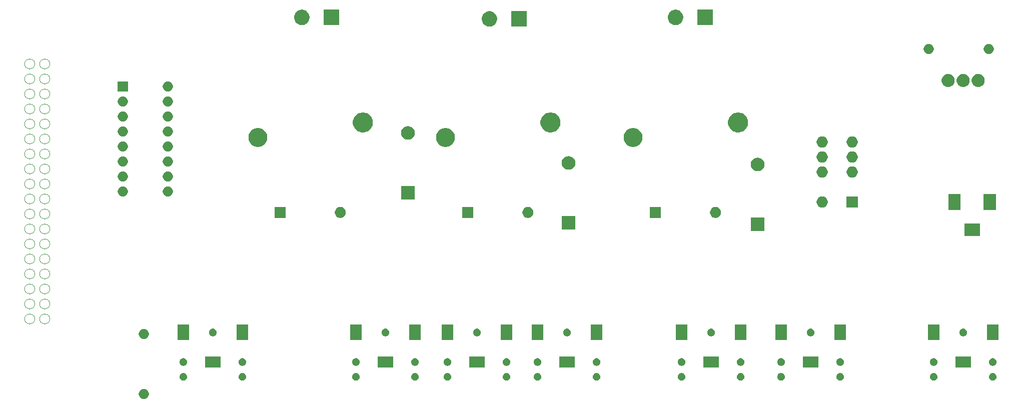
<source format=gts>
G04 #@! TF.GenerationSoftware,KiCad,Pcbnew,5.1.5-52549c5~84~ubuntu18.04.1*
G04 #@! TF.CreationDate,2020-02-03T20:08:21-05:00*
G04 #@! TF.ProjectId,cropdroid-reservoir,63726f70-6472-46f6-9964-2d7265736572,v1*
G04 #@! TF.SameCoordinates,Original*
G04 #@! TF.FileFunction,Soldermask,Top*
G04 #@! TF.FilePolarity,Negative*
%FSLAX46Y46*%
G04 Gerber Fmt 4.6, Leading zero omitted, Abs format (unit mm)*
G04 Created by KiCad (PCBNEW 5.1.5-52549c5~84~ubuntu18.04.1) date 2020-02-03 20:08:21*
%MOMM*%
%LPD*%
G04 APERTURE LIST*
%ADD10C,0.100000*%
G04 APERTURE END LIST*
D10*
X67662984Y-74930000D02*
G75*
G03X67662984Y-74930000I-860984J0D01*
G01*
X70202984Y-74930000D02*
G75*
G03X70202984Y-74930000I-860984J0D01*
G01*
X67662984Y-77470000D02*
G75*
G03X67662984Y-77470000I-860984J0D01*
G01*
X70202984Y-77470000D02*
G75*
G03X70202984Y-77470000I-860984J0D01*
G01*
X67662984Y-80010000D02*
G75*
G03X67662984Y-80010000I-860984J0D01*
G01*
X70202984Y-80010000D02*
G75*
G03X70202984Y-80010000I-860984J0D01*
G01*
X67662984Y-82550000D02*
G75*
G03X67662984Y-82550000I-860984J0D01*
G01*
X70202984Y-82550000D02*
G75*
G03X70202984Y-82550000I-860984J0D01*
G01*
X67662984Y-85090000D02*
G75*
G03X67662984Y-85090000I-860984J0D01*
G01*
X70202984Y-85090000D02*
G75*
G03X70202984Y-85090000I-860984J0D01*
G01*
X67662984Y-87630000D02*
G75*
G03X67662984Y-87630000I-860984J0D01*
G01*
X70202984Y-87630000D02*
G75*
G03X70202984Y-87630000I-860984J0D01*
G01*
X67662984Y-90170000D02*
G75*
G03X67662984Y-90170000I-860984J0D01*
G01*
X70202984Y-90170000D02*
G75*
G03X70202984Y-90170000I-860984J0D01*
G01*
X67662984Y-92710000D02*
G75*
G03X67662984Y-92710000I-860984J0D01*
G01*
X70202984Y-92710000D02*
G75*
G03X70202984Y-92710000I-860984J0D01*
G01*
X67662984Y-95250000D02*
G75*
G03X67662984Y-95250000I-860984J0D01*
G01*
X70202984Y-95250000D02*
G75*
G03X70202984Y-95250000I-860984J0D01*
G01*
X67662984Y-97790000D02*
G75*
G03X67662984Y-97790000I-860984J0D01*
G01*
X70202984Y-97790000D02*
G75*
G03X70202984Y-97790000I-860984J0D01*
G01*
X67662984Y-100330000D02*
G75*
G03X67662984Y-100330000I-860984J0D01*
G01*
X70202984Y-100330000D02*
G75*
G03X70202984Y-100330000I-860984J0D01*
G01*
X67662984Y-102870000D02*
G75*
G03X67662984Y-102870000I-860984J0D01*
G01*
X70202984Y-102870000D02*
G75*
G03X70202984Y-102870000I-860984J0D01*
G01*
X67662984Y-105410000D02*
G75*
G03X67662984Y-105410000I-860984J0D01*
G01*
X70202984Y-105410000D02*
G75*
G03X70202984Y-105410000I-860984J0D01*
G01*
X67662984Y-107950000D02*
G75*
G03X67662984Y-107950000I-860984J0D01*
G01*
X70202984Y-107950000D02*
G75*
G03X70202984Y-107950000I-860984J0D01*
G01*
X67662984Y-110490000D02*
G75*
G03X67662984Y-110490000I-860984J0D01*
G01*
X70202984Y-110490000D02*
G75*
G03X70202984Y-110490000I-860984J0D01*
G01*
X67662984Y-113030000D02*
G75*
G03X67662984Y-113030000I-860984J0D01*
G01*
X70202984Y-113030000D02*
G75*
G03X70202984Y-113030000I-860984J0D01*
G01*
X67662984Y-115570000D02*
G75*
G03X67662984Y-115570000I-860984J0D01*
G01*
X70202984Y-115570000D02*
G75*
G03X70202984Y-115570000I-860984J0D01*
G01*
X67662984Y-118110000D02*
G75*
G03X67662984Y-118110000I-860984J0D01*
G01*
X70202984Y-118110000D02*
G75*
G03X70202984Y-118110000I-860984J0D01*
G01*
G36*
X86354228Y-129991703D02*
G01*
X86509100Y-130055853D01*
X86648481Y-130148985D01*
X86767015Y-130267519D01*
X86860147Y-130406900D01*
X86924297Y-130561772D01*
X86957000Y-130726184D01*
X86957000Y-130893816D01*
X86924297Y-131058228D01*
X86860147Y-131213100D01*
X86767015Y-131352481D01*
X86648481Y-131471015D01*
X86509100Y-131564147D01*
X86354228Y-131628297D01*
X86189816Y-131661000D01*
X86022184Y-131661000D01*
X85857772Y-131628297D01*
X85702900Y-131564147D01*
X85563519Y-131471015D01*
X85444985Y-131352481D01*
X85351853Y-131213100D01*
X85287703Y-131058228D01*
X85255000Y-130893816D01*
X85255000Y-130726184D01*
X85287703Y-130561772D01*
X85351853Y-130406900D01*
X85444985Y-130267519D01*
X85563519Y-130148985D01*
X85702900Y-130055853D01*
X85857772Y-129991703D01*
X86022184Y-129959000D01*
X86189816Y-129959000D01*
X86354228Y-129991703D01*
G37*
G36*
X219979890Y-127270017D02*
G01*
X220098364Y-127319091D01*
X220204988Y-127390335D01*
X220295665Y-127481012D01*
X220366909Y-127587636D01*
X220415983Y-127706110D01*
X220441000Y-127831882D01*
X220441000Y-127960118D01*
X220415983Y-128085890D01*
X220366909Y-128204364D01*
X220295665Y-128310988D01*
X220204988Y-128401665D01*
X220098364Y-128472909D01*
X220098363Y-128472910D01*
X220098362Y-128472910D01*
X219979890Y-128521983D01*
X219854119Y-128547000D01*
X219725881Y-128547000D01*
X219600110Y-128521983D01*
X219481638Y-128472910D01*
X219481637Y-128472910D01*
X219481636Y-128472909D01*
X219375012Y-128401665D01*
X219284335Y-128310988D01*
X219213091Y-128204364D01*
X219164017Y-128085890D01*
X219139000Y-127960118D01*
X219139000Y-127831882D01*
X219164017Y-127706110D01*
X219213091Y-127587636D01*
X219284335Y-127481012D01*
X219375012Y-127390335D01*
X219481636Y-127319091D01*
X219600110Y-127270017D01*
X219725881Y-127245000D01*
X219854119Y-127245000D01*
X219979890Y-127270017D01*
G37*
G36*
X92979890Y-127270017D02*
G01*
X93098364Y-127319091D01*
X93204988Y-127390335D01*
X93295665Y-127481012D01*
X93366909Y-127587636D01*
X93415983Y-127706110D01*
X93441000Y-127831882D01*
X93441000Y-127960118D01*
X93415983Y-128085890D01*
X93366909Y-128204364D01*
X93295665Y-128310988D01*
X93204988Y-128401665D01*
X93098364Y-128472909D01*
X93098363Y-128472910D01*
X93098362Y-128472910D01*
X92979890Y-128521983D01*
X92854119Y-128547000D01*
X92725881Y-128547000D01*
X92600110Y-128521983D01*
X92481638Y-128472910D01*
X92481637Y-128472910D01*
X92481636Y-128472909D01*
X92375012Y-128401665D01*
X92284335Y-128310988D01*
X92213091Y-128204364D01*
X92164017Y-128085890D01*
X92139000Y-127960118D01*
X92139000Y-127831882D01*
X92164017Y-127706110D01*
X92213091Y-127587636D01*
X92284335Y-127481012D01*
X92375012Y-127390335D01*
X92481636Y-127319091D01*
X92600110Y-127270017D01*
X92725881Y-127245000D01*
X92854119Y-127245000D01*
X92979890Y-127270017D01*
G37*
G36*
X102979890Y-127270017D02*
G01*
X103098364Y-127319091D01*
X103204988Y-127390335D01*
X103295665Y-127481012D01*
X103366909Y-127587636D01*
X103415983Y-127706110D01*
X103441000Y-127831882D01*
X103441000Y-127960118D01*
X103415983Y-128085890D01*
X103366909Y-128204364D01*
X103295665Y-128310988D01*
X103204988Y-128401665D01*
X103098364Y-128472909D01*
X103098363Y-128472910D01*
X103098362Y-128472910D01*
X102979890Y-128521983D01*
X102854119Y-128547000D01*
X102725881Y-128547000D01*
X102600110Y-128521983D01*
X102481638Y-128472910D01*
X102481637Y-128472910D01*
X102481636Y-128472909D01*
X102375012Y-128401665D01*
X102284335Y-128310988D01*
X102213091Y-128204364D01*
X102164017Y-128085890D01*
X102139000Y-127960118D01*
X102139000Y-127831882D01*
X102164017Y-127706110D01*
X102213091Y-127587636D01*
X102284335Y-127481012D01*
X102375012Y-127390335D01*
X102481636Y-127319091D01*
X102600110Y-127270017D01*
X102725881Y-127245000D01*
X102854119Y-127245000D01*
X102979890Y-127270017D01*
G37*
G36*
X187307890Y-127270017D02*
G01*
X187426364Y-127319091D01*
X187532988Y-127390335D01*
X187623665Y-127481012D01*
X187694909Y-127587636D01*
X187743983Y-127706110D01*
X187769000Y-127831882D01*
X187769000Y-127960118D01*
X187743983Y-128085890D01*
X187694909Y-128204364D01*
X187623665Y-128310988D01*
X187532988Y-128401665D01*
X187426364Y-128472909D01*
X187426363Y-128472910D01*
X187426362Y-128472910D01*
X187307890Y-128521983D01*
X187182119Y-128547000D01*
X187053881Y-128547000D01*
X186928110Y-128521983D01*
X186809638Y-128472910D01*
X186809637Y-128472910D01*
X186809636Y-128472909D01*
X186703012Y-128401665D01*
X186612335Y-128310988D01*
X186541091Y-128204364D01*
X186492017Y-128085890D01*
X186467000Y-127960118D01*
X186467000Y-127831882D01*
X186492017Y-127706110D01*
X186541091Y-127587636D01*
X186612335Y-127481012D01*
X186703012Y-127390335D01*
X186809636Y-127319091D01*
X186928110Y-127270017D01*
X187053881Y-127245000D01*
X187182119Y-127245000D01*
X187307890Y-127270017D01*
G37*
G36*
X177307890Y-127270017D02*
G01*
X177426364Y-127319091D01*
X177532988Y-127390335D01*
X177623665Y-127481012D01*
X177694909Y-127587636D01*
X177743983Y-127706110D01*
X177769000Y-127831882D01*
X177769000Y-127960118D01*
X177743983Y-128085890D01*
X177694909Y-128204364D01*
X177623665Y-128310988D01*
X177532988Y-128401665D01*
X177426364Y-128472909D01*
X177426363Y-128472910D01*
X177426362Y-128472910D01*
X177307890Y-128521983D01*
X177182119Y-128547000D01*
X177053881Y-128547000D01*
X176928110Y-128521983D01*
X176809638Y-128472910D01*
X176809637Y-128472910D01*
X176809636Y-128472909D01*
X176703012Y-128401665D01*
X176612335Y-128310988D01*
X176541091Y-128204364D01*
X176492017Y-128085890D01*
X176467000Y-127960118D01*
X176467000Y-127831882D01*
X176492017Y-127706110D01*
X176541091Y-127587636D01*
X176612335Y-127481012D01*
X176703012Y-127390335D01*
X176809636Y-127319091D01*
X176928110Y-127270017D01*
X177053881Y-127245000D01*
X177182119Y-127245000D01*
X177307890Y-127270017D01*
G37*
G36*
X204151890Y-127270017D02*
G01*
X204270364Y-127319091D01*
X204376988Y-127390335D01*
X204467665Y-127481012D01*
X204538909Y-127587636D01*
X204587983Y-127706110D01*
X204613000Y-127831882D01*
X204613000Y-127960118D01*
X204587983Y-128085890D01*
X204538909Y-128204364D01*
X204467665Y-128310988D01*
X204376988Y-128401665D01*
X204270364Y-128472909D01*
X204270363Y-128472910D01*
X204270362Y-128472910D01*
X204151890Y-128521983D01*
X204026119Y-128547000D01*
X203897881Y-128547000D01*
X203772110Y-128521983D01*
X203653638Y-128472910D01*
X203653637Y-128472910D01*
X203653636Y-128472909D01*
X203547012Y-128401665D01*
X203456335Y-128310988D01*
X203385091Y-128204364D01*
X203336017Y-128085890D01*
X203311000Y-127960118D01*
X203311000Y-127831882D01*
X203336017Y-127706110D01*
X203385091Y-127587636D01*
X203456335Y-127481012D01*
X203547012Y-127390335D01*
X203653636Y-127319091D01*
X203772110Y-127270017D01*
X203897881Y-127245000D01*
X204026119Y-127245000D01*
X204151890Y-127270017D01*
G37*
G36*
X194151890Y-127270017D02*
G01*
X194270364Y-127319091D01*
X194376988Y-127390335D01*
X194467665Y-127481012D01*
X194538909Y-127587636D01*
X194587983Y-127706110D01*
X194613000Y-127831882D01*
X194613000Y-127960118D01*
X194587983Y-128085890D01*
X194538909Y-128204364D01*
X194467665Y-128310988D01*
X194376988Y-128401665D01*
X194270364Y-128472909D01*
X194270363Y-128472910D01*
X194270362Y-128472910D01*
X194151890Y-128521983D01*
X194026119Y-128547000D01*
X193897881Y-128547000D01*
X193772110Y-128521983D01*
X193653638Y-128472910D01*
X193653637Y-128472910D01*
X193653636Y-128472909D01*
X193547012Y-128401665D01*
X193456335Y-128310988D01*
X193385091Y-128204364D01*
X193336017Y-128085890D01*
X193311000Y-127960118D01*
X193311000Y-127831882D01*
X193336017Y-127706110D01*
X193385091Y-127587636D01*
X193456335Y-127481012D01*
X193547012Y-127390335D01*
X193653636Y-127319091D01*
X193772110Y-127270017D01*
X193897881Y-127245000D01*
X194026119Y-127245000D01*
X194151890Y-127270017D01*
G37*
G36*
X122189890Y-127270017D02*
G01*
X122308364Y-127319091D01*
X122414988Y-127390335D01*
X122505665Y-127481012D01*
X122576909Y-127587636D01*
X122625983Y-127706110D01*
X122651000Y-127831882D01*
X122651000Y-127960118D01*
X122625983Y-128085890D01*
X122576909Y-128204364D01*
X122505665Y-128310988D01*
X122414988Y-128401665D01*
X122308364Y-128472909D01*
X122308363Y-128472910D01*
X122308362Y-128472910D01*
X122189890Y-128521983D01*
X122064119Y-128547000D01*
X121935881Y-128547000D01*
X121810110Y-128521983D01*
X121691638Y-128472910D01*
X121691637Y-128472910D01*
X121691636Y-128472909D01*
X121585012Y-128401665D01*
X121494335Y-128310988D01*
X121423091Y-128204364D01*
X121374017Y-128085890D01*
X121349000Y-127960118D01*
X121349000Y-127831882D01*
X121374017Y-127706110D01*
X121423091Y-127587636D01*
X121494335Y-127481012D01*
X121585012Y-127390335D01*
X121691636Y-127319091D01*
X121810110Y-127270017D01*
X121935881Y-127245000D01*
X122064119Y-127245000D01*
X122189890Y-127270017D01*
G37*
G36*
X137683890Y-127270017D02*
G01*
X137802364Y-127319091D01*
X137908988Y-127390335D01*
X137999665Y-127481012D01*
X138070909Y-127587636D01*
X138119983Y-127706110D01*
X138145000Y-127831882D01*
X138145000Y-127960118D01*
X138119983Y-128085890D01*
X138070909Y-128204364D01*
X137999665Y-128310988D01*
X137908988Y-128401665D01*
X137802364Y-128472909D01*
X137802363Y-128472910D01*
X137802362Y-128472910D01*
X137683890Y-128521983D01*
X137558119Y-128547000D01*
X137429881Y-128547000D01*
X137304110Y-128521983D01*
X137185638Y-128472910D01*
X137185637Y-128472910D01*
X137185636Y-128472909D01*
X137079012Y-128401665D01*
X136988335Y-128310988D01*
X136917091Y-128204364D01*
X136868017Y-128085890D01*
X136843000Y-127960118D01*
X136843000Y-127831882D01*
X136868017Y-127706110D01*
X136917091Y-127587636D01*
X136988335Y-127481012D01*
X137079012Y-127390335D01*
X137185636Y-127319091D01*
X137304110Y-127270017D01*
X137429881Y-127245000D01*
X137558119Y-127245000D01*
X137683890Y-127270017D01*
G37*
G36*
X147683890Y-127270017D02*
G01*
X147802364Y-127319091D01*
X147908988Y-127390335D01*
X147999665Y-127481012D01*
X148070909Y-127587636D01*
X148119983Y-127706110D01*
X148145000Y-127831882D01*
X148145000Y-127960118D01*
X148119983Y-128085890D01*
X148070909Y-128204364D01*
X147999665Y-128310988D01*
X147908988Y-128401665D01*
X147802364Y-128472909D01*
X147802363Y-128472910D01*
X147802362Y-128472910D01*
X147683890Y-128521983D01*
X147558119Y-128547000D01*
X147429881Y-128547000D01*
X147304110Y-128521983D01*
X147185638Y-128472910D01*
X147185637Y-128472910D01*
X147185636Y-128472909D01*
X147079012Y-128401665D01*
X146988335Y-128310988D01*
X146917091Y-128204364D01*
X146868017Y-128085890D01*
X146843000Y-127960118D01*
X146843000Y-127831882D01*
X146868017Y-127706110D01*
X146917091Y-127587636D01*
X146988335Y-127481012D01*
X147079012Y-127390335D01*
X147185636Y-127319091D01*
X147304110Y-127270017D01*
X147429881Y-127245000D01*
X147558119Y-127245000D01*
X147683890Y-127270017D01*
G37*
G36*
X152923890Y-127270017D02*
G01*
X153042364Y-127319091D01*
X153148988Y-127390335D01*
X153239665Y-127481012D01*
X153310909Y-127587636D01*
X153359983Y-127706110D01*
X153385000Y-127831882D01*
X153385000Y-127960118D01*
X153359983Y-128085890D01*
X153310909Y-128204364D01*
X153239665Y-128310988D01*
X153148988Y-128401665D01*
X153042364Y-128472909D01*
X153042363Y-128472910D01*
X153042362Y-128472910D01*
X152923890Y-128521983D01*
X152798119Y-128547000D01*
X152669881Y-128547000D01*
X152544110Y-128521983D01*
X152425638Y-128472910D01*
X152425637Y-128472910D01*
X152425636Y-128472909D01*
X152319012Y-128401665D01*
X152228335Y-128310988D01*
X152157091Y-128204364D01*
X152108017Y-128085890D01*
X152083000Y-127960118D01*
X152083000Y-127831882D01*
X152108017Y-127706110D01*
X152157091Y-127587636D01*
X152228335Y-127481012D01*
X152319012Y-127390335D01*
X152425636Y-127319091D01*
X152544110Y-127270017D01*
X152669881Y-127245000D01*
X152798119Y-127245000D01*
X152923890Y-127270017D01*
G37*
G36*
X162923890Y-127270017D02*
G01*
X163042364Y-127319091D01*
X163148988Y-127390335D01*
X163239665Y-127481012D01*
X163310909Y-127587636D01*
X163359983Y-127706110D01*
X163385000Y-127831882D01*
X163385000Y-127960118D01*
X163359983Y-128085890D01*
X163310909Y-128204364D01*
X163239665Y-128310988D01*
X163148988Y-128401665D01*
X163042364Y-128472909D01*
X163042363Y-128472910D01*
X163042362Y-128472910D01*
X162923890Y-128521983D01*
X162798119Y-128547000D01*
X162669881Y-128547000D01*
X162544110Y-128521983D01*
X162425638Y-128472910D01*
X162425637Y-128472910D01*
X162425636Y-128472909D01*
X162319012Y-128401665D01*
X162228335Y-128310988D01*
X162157091Y-128204364D01*
X162108017Y-128085890D01*
X162083000Y-127960118D01*
X162083000Y-127831882D01*
X162108017Y-127706110D01*
X162157091Y-127587636D01*
X162228335Y-127481012D01*
X162319012Y-127390335D01*
X162425636Y-127319091D01*
X162544110Y-127270017D01*
X162669881Y-127245000D01*
X162798119Y-127245000D01*
X162923890Y-127270017D01*
G37*
G36*
X229979890Y-127270017D02*
G01*
X230098364Y-127319091D01*
X230204988Y-127390335D01*
X230295665Y-127481012D01*
X230366909Y-127587636D01*
X230415983Y-127706110D01*
X230441000Y-127831882D01*
X230441000Y-127960118D01*
X230415983Y-128085890D01*
X230366909Y-128204364D01*
X230295665Y-128310988D01*
X230204988Y-128401665D01*
X230098364Y-128472909D01*
X230098363Y-128472910D01*
X230098362Y-128472910D01*
X229979890Y-128521983D01*
X229854119Y-128547000D01*
X229725881Y-128547000D01*
X229600110Y-128521983D01*
X229481638Y-128472910D01*
X229481637Y-128472910D01*
X229481636Y-128472909D01*
X229375012Y-128401665D01*
X229284335Y-128310988D01*
X229213091Y-128204364D01*
X229164017Y-128085890D01*
X229139000Y-127960118D01*
X229139000Y-127831882D01*
X229164017Y-127706110D01*
X229213091Y-127587636D01*
X229284335Y-127481012D01*
X229375012Y-127390335D01*
X229481636Y-127319091D01*
X229600110Y-127270017D01*
X229725881Y-127245000D01*
X229854119Y-127245000D01*
X229979890Y-127270017D01*
G37*
G36*
X132189890Y-127270017D02*
G01*
X132308364Y-127319091D01*
X132414988Y-127390335D01*
X132505665Y-127481012D01*
X132576909Y-127587636D01*
X132625983Y-127706110D01*
X132651000Y-127831882D01*
X132651000Y-127960118D01*
X132625983Y-128085890D01*
X132576909Y-128204364D01*
X132505665Y-128310988D01*
X132414988Y-128401665D01*
X132308364Y-128472909D01*
X132308363Y-128472910D01*
X132308362Y-128472910D01*
X132189890Y-128521983D01*
X132064119Y-128547000D01*
X131935881Y-128547000D01*
X131810110Y-128521983D01*
X131691638Y-128472910D01*
X131691637Y-128472910D01*
X131691636Y-128472909D01*
X131585012Y-128401665D01*
X131494335Y-128310988D01*
X131423091Y-128204364D01*
X131374017Y-128085890D01*
X131349000Y-127960118D01*
X131349000Y-127831882D01*
X131374017Y-127706110D01*
X131423091Y-127587636D01*
X131494335Y-127481012D01*
X131585012Y-127390335D01*
X131691636Y-127319091D01*
X131810110Y-127270017D01*
X131935881Y-127245000D01*
X132064119Y-127245000D01*
X132189890Y-127270017D01*
G37*
G36*
X143795000Y-126347000D02*
G01*
X141193000Y-126347000D01*
X141193000Y-124445000D01*
X143795000Y-124445000D01*
X143795000Y-126347000D01*
G37*
G36*
X226091000Y-126347000D02*
G01*
X223489000Y-126347000D01*
X223489000Y-124445000D01*
X226091000Y-124445000D01*
X226091000Y-126347000D01*
G37*
G36*
X99091000Y-126347000D02*
G01*
X96489000Y-126347000D01*
X96489000Y-124445000D01*
X99091000Y-124445000D01*
X99091000Y-126347000D01*
G37*
G36*
X159035000Y-126347000D02*
G01*
X156433000Y-126347000D01*
X156433000Y-124445000D01*
X159035000Y-124445000D01*
X159035000Y-126347000D01*
G37*
G36*
X128301000Y-126347000D02*
G01*
X125699000Y-126347000D01*
X125699000Y-124445000D01*
X128301000Y-124445000D01*
X128301000Y-126347000D01*
G37*
G36*
X200263000Y-126347000D02*
G01*
X197661000Y-126347000D01*
X197661000Y-124445000D01*
X200263000Y-124445000D01*
X200263000Y-126347000D01*
G37*
G36*
X183419000Y-126347000D02*
G01*
X180817000Y-126347000D01*
X180817000Y-124445000D01*
X183419000Y-124445000D01*
X183419000Y-126347000D01*
G37*
G36*
X147683890Y-124770017D02*
G01*
X147802364Y-124819091D01*
X147908988Y-124890335D01*
X147999665Y-124981012D01*
X148070909Y-125087636D01*
X148119983Y-125206110D01*
X148145000Y-125331882D01*
X148145000Y-125460118D01*
X148119983Y-125585890D01*
X148070909Y-125704364D01*
X147999665Y-125810988D01*
X147908988Y-125901665D01*
X147802364Y-125972909D01*
X147802363Y-125972910D01*
X147802362Y-125972910D01*
X147683890Y-126021983D01*
X147558119Y-126047000D01*
X147429881Y-126047000D01*
X147304110Y-126021983D01*
X147185638Y-125972910D01*
X147185637Y-125972910D01*
X147185636Y-125972909D01*
X147079012Y-125901665D01*
X146988335Y-125810988D01*
X146917091Y-125704364D01*
X146868017Y-125585890D01*
X146843000Y-125460118D01*
X146843000Y-125331882D01*
X146868017Y-125206110D01*
X146917091Y-125087636D01*
X146988335Y-124981012D01*
X147079012Y-124890335D01*
X147185636Y-124819091D01*
X147304110Y-124770017D01*
X147429881Y-124745000D01*
X147558119Y-124745000D01*
X147683890Y-124770017D01*
G37*
G36*
X219979890Y-124770017D02*
G01*
X220098364Y-124819091D01*
X220204988Y-124890335D01*
X220295665Y-124981012D01*
X220366909Y-125087636D01*
X220415983Y-125206110D01*
X220441000Y-125331882D01*
X220441000Y-125460118D01*
X220415983Y-125585890D01*
X220366909Y-125704364D01*
X220295665Y-125810988D01*
X220204988Y-125901665D01*
X220098364Y-125972909D01*
X220098363Y-125972910D01*
X220098362Y-125972910D01*
X219979890Y-126021983D01*
X219854119Y-126047000D01*
X219725881Y-126047000D01*
X219600110Y-126021983D01*
X219481638Y-125972910D01*
X219481637Y-125972910D01*
X219481636Y-125972909D01*
X219375012Y-125901665D01*
X219284335Y-125810988D01*
X219213091Y-125704364D01*
X219164017Y-125585890D01*
X219139000Y-125460118D01*
X219139000Y-125331882D01*
X219164017Y-125206110D01*
X219213091Y-125087636D01*
X219284335Y-124981012D01*
X219375012Y-124890335D01*
X219481636Y-124819091D01*
X219600110Y-124770017D01*
X219725881Y-124745000D01*
X219854119Y-124745000D01*
X219979890Y-124770017D01*
G37*
G36*
X229979890Y-124770017D02*
G01*
X230098364Y-124819091D01*
X230204988Y-124890335D01*
X230295665Y-124981012D01*
X230366909Y-125087636D01*
X230415983Y-125206110D01*
X230441000Y-125331882D01*
X230441000Y-125460118D01*
X230415983Y-125585890D01*
X230366909Y-125704364D01*
X230295665Y-125810988D01*
X230204988Y-125901665D01*
X230098364Y-125972909D01*
X230098363Y-125972910D01*
X230098362Y-125972910D01*
X229979890Y-126021983D01*
X229854119Y-126047000D01*
X229725881Y-126047000D01*
X229600110Y-126021983D01*
X229481638Y-125972910D01*
X229481637Y-125972910D01*
X229481636Y-125972909D01*
X229375012Y-125901665D01*
X229284335Y-125810988D01*
X229213091Y-125704364D01*
X229164017Y-125585890D01*
X229139000Y-125460118D01*
X229139000Y-125331882D01*
X229164017Y-125206110D01*
X229213091Y-125087636D01*
X229284335Y-124981012D01*
X229375012Y-124890335D01*
X229481636Y-124819091D01*
X229600110Y-124770017D01*
X229725881Y-124745000D01*
X229854119Y-124745000D01*
X229979890Y-124770017D01*
G37*
G36*
X92979890Y-124770017D02*
G01*
X93098364Y-124819091D01*
X93204988Y-124890335D01*
X93295665Y-124981012D01*
X93366909Y-125087636D01*
X93415983Y-125206110D01*
X93441000Y-125331882D01*
X93441000Y-125460118D01*
X93415983Y-125585890D01*
X93366909Y-125704364D01*
X93295665Y-125810988D01*
X93204988Y-125901665D01*
X93098364Y-125972909D01*
X93098363Y-125972910D01*
X93098362Y-125972910D01*
X92979890Y-126021983D01*
X92854119Y-126047000D01*
X92725881Y-126047000D01*
X92600110Y-126021983D01*
X92481638Y-125972910D01*
X92481637Y-125972910D01*
X92481636Y-125972909D01*
X92375012Y-125901665D01*
X92284335Y-125810988D01*
X92213091Y-125704364D01*
X92164017Y-125585890D01*
X92139000Y-125460118D01*
X92139000Y-125331882D01*
X92164017Y-125206110D01*
X92213091Y-125087636D01*
X92284335Y-124981012D01*
X92375012Y-124890335D01*
X92481636Y-124819091D01*
X92600110Y-124770017D01*
X92725881Y-124745000D01*
X92854119Y-124745000D01*
X92979890Y-124770017D01*
G37*
G36*
X152923890Y-124770017D02*
G01*
X153042364Y-124819091D01*
X153148988Y-124890335D01*
X153239665Y-124981012D01*
X153310909Y-125087636D01*
X153359983Y-125206110D01*
X153385000Y-125331882D01*
X153385000Y-125460118D01*
X153359983Y-125585890D01*
X153310909Y-125704364D01*
X153239665Y-125810988D01*
X153148988Y-125901665D01*
X153042364Y-125972909D01*
X153042363Y-125972910D01*
X153042362Y-125972910D01*
X152923890Y-126021983D01*
X152798119Y-126047000D01*
X152669881Y-126047000D01*
X152544110Y-126021983D01*
X152425638Y-125972910D01*
X152425637Y-125972910D01*
X152425636Y-125972909D01*
X152319012Y-125901665D01*
X152228335Y-125810988D01*
X152157091Y-125704364D01*
X152108017Y-125585890D01*
X152083000Y-125460118D01*
X152083000Y-125331882D01*
X152108017Y-125206110D01*
X152157091Y-125087636D01*
X152228335Y-124981012D01*
X152319012Y-124890335D01*
X152425636Y-124819091D01*
X152544110Y-124770017D01*
X152669881Y-124745000D01*
X152798119Y-124745000D01*
X152923890Y-124770017D01*
G37*
G36*
X177307890Y-124770017D02*
G01*
X177426364Y-124819091D01*
X177532988Y-124890335D01*
X177623665Y-124981012D01*
X177694909Y-125087636D01*
X177743983Y-125206110D01*
X177769000Y-125331882D01*
X177769000Y-125460118D01*
X177743983Y-125585890D01*
X177694909Y-125704364D01*
X177623665Y-125810988D01*
X177532988Y-125901665D01*
X177426364Y-125972909D01*
X177426363Y-125972910D01*
X177426362Y-125972910D01*
X177307890Y-126021983D01*
X177182119Y-126047000D01*
X177053881Y-126047000D01*
X176928110Y-126021983D01*
X176809638Y-125972910D01*
X176809637Y-125972910D01*
X176809636Y-125972909D01*
X176703012Y-125901665D01*
X176612335Y-125810988D01*
X176541091Y-125704364D01*
X176492017Y-125585890D01*
X176467000Y-125460118D01*
X176467000Y-125331882D01*
X176492017Y-125206110D01*
X176541091Y-125087636D01*
X176612335Y-124981012D01*
X176703012Y-124890335D01*
X176809636Y-124819091D01*
X176928110Y-124770017D01*
X177053881Y-124745000D01*
X177182119Y-124745000D01*
X177307890Y-124770017D01*
G37*
G36*
X187307890Y-124770017D02*
G01*
X187426364Y-124819091D01*
X187532988Y-124890335D01*
X187623665Y-124981012D01*
X187694909Y-125087636D01*
X187743983Y-125206110D01*
X187769000Y-125331882D01*
X187769000Y-125460118D01*
X187743983Y-125585890D01*
X187694909Y-125704364D01*
X187623665Y-125810988D01*
X187532988Y-125901665D01*
X187426364Y-125972909D01*
X187426363Y-125972910D01*
X187426362Y-125972910D01*
X187307890Y-126021983D01*
X187182119Y-126047000D01*
X187053881Y-126047000D01*
X186928110Y-126021983D01*
X186809638Y-125972910D01*
X186809637Y-125972910D01*
X186809636Y-125972909D01*
X186703012Y-125901665D01*
X186612335Y-125810988D01*
X186541091Y-125704364D01*
X186492017Y-125585890D01*
X186467000Y-125460118D01*
X186467000Y-125331882D01*
X186492017Y-125206110D01*
X186541091Y-125087636D01*
X186612335Y-124981012D01*
X186703012Y-124890335D01*
X186809636Y-124819091D01*
X186928110Y-124770017D01*
X187053881Y-124745000D01*
X187182119Y-124745000D01*
X187307890Y-124770017D01*
G37*
G36*
X132189890Y-124770017D02*
G01*
X132308364Y-124819091D01*
X132414988Y-124890335D01*
X132505665Y-124981012D01*
X132576909Y-125087636D01*
X132625983Y-125206110D01*
X132651000Y-125331882D01*
X132651000Y-125460118D01*
X132625983Y-125585890D01*
X132576909Y-125704364D01*
X132505665Y-125810988D01*
X132414988Y-125901665D01*
X132308364Y-125972909D01*
X132308363Y-125972910D01*
X132308362Y-125972910D01*
X132189890Y-126021983D01*
X132064119Y-126047000D01*
X131935881Y-126047000D01*
X131810110Y-126021983D01*
X131691638Y-125972910D01*
X131691637Y-125972910D01*
X131691636Y-125972909D01*
X131585012Y-125901665D01*
X131494335Y-125810988D01*
X131423091Y-125704364D01*
X131374017Y-125585890D01*
X131349000Y-125460118D01*
X131349000Y-125331882D01*
X131374017Y-125206110D01*
X131423091Y-125087636D01*
X131494335Y-124981012D01*
X131585012Y-124890335D01*
X131691636Y-124819091D01*
X131810110Y-124770017D01*
X131935881Y-124745000D01*
X132064119Y-124745000D01*
X132189890Y-124770017D01*
G37*
G36*
X102979890Y-124770017D02*
G01*
X103098364Y-124819091D01*
X103204988Y-124890335D01*
X103295665Y-124981012D01*
X103366909Y-125087636D01*
X103415983Y-125206110D01*
X103441000Y-125331882D01*
X103441000Y-125460118D01*
X103415983Y-125585890D01*
X103366909Y-125704364D01*
X103295665Y-125810988D01*
X103204988Y-125901665D01*
X103098364Y-125972909D01*
X103098363Y-125972910D01*
X103098362Y-125972910D01*
X102979890Y-126021983D01*
X102854119Y-126047000D01*
X102725881Y-126047000D01*
X102600110Y-126021983D01*
X102481638Y-125972910D01*
X102481637Y-125972910D01*
X102481636Y-125972909D01*
X102375012Y-125901665D01*
X102284335Y-125810988D01*
X102213091Y-125704364D01*
X102164017Y-125585890D01*
X102139000Y-125460118D01*
X102139000Y-125331882D01*
X102164017Y-125206110D01*
X102213091Y-125087636D01*
X102284335Y-124981012D01*
X102375012Y-124890335D01*
X102481636Y-124819091D01*
X102600110Y-124770017D01*
X102725881Y-124745000D01*
X102854119Y-124745000D01*
X102979890Y-124770017D01*
G37*
G36*
X122189890Y-124770017D02*
G01*
X122308364Y-124819091D01*
X122414988Y-124890335D01*
X122505665Y-124981012D01*
X122576909Y-125087636D01*
X122625983Y-125206110D01*
X122651000Y-125331882D01*
X122651000Y-125460118D01*
X122625983Y-125585890D01*
X122576909Y-125704364D01*
X122505665Y-125810988D01*
X122414988Y-125901665D01*
X122308364Y-125972909D01*
X122308363Y-125972910D01*
X122308362Y-125972910D01*
X122189890Y-126021983D01*
X122064119Y-126047000D01*
X121935881Y-126047000D01*
X121810110Y-126021983D01*
X121691638Y-125972910D01*
X121691637Y-125972910D01*
X121691636Y-125972909D01*
X121585012Y-125901665D01*
X121494335Y-125810988D01*
X121423091Y-125704364D01*
X121374017Y-125585890D01*
X121349000Y-125460118D01*
X121349000Y-125331882D01*
X121374017Y-125206110D01*
X121423091Y-125087636D01*
X121494335Y-124981012D01*
X121585012Y-124890335D01*
X121691636Y-124819091D01*
X121810110Y-124770017D01*
X121935881Y-124745000D01*
X122064119Y-124745000D01*
X122189890Y-124770017D01*
G37*
G36*
X204151890Y-124770017D02*
G01*
X204270364Y-124819091D01*
X204376988Y-124890335D01*
X204467665Y-124981012D01*
X204538909Y-125087636D01*
X204587983Y-125206110D01*
X204613000Y-125331882D01*
X204613000Y-125460118D01*
X204587983Y-125585890D01*
X204538909Y-125704364D01*
X204467665Y-125810988D01*
X204376988Y-125901665D01*
X204270364Y-125972909D01*
X204270363Y-125972910D01*
X204270362Y-125972910D01*
X204151890Y-126021983D01*
X204026119Y-126047000D01*
X203897881Y-126047000D01*
X203772110Y-126021983D01*
X203653638Y-125972910D01*
X203653637Y-125972910D01*
X203653636Y-125972909D01*
X203547012Y-125901665D01*
X203456335Y-125810988D01*
X203385091Y-125704364D01*
X203336017Y-125585890D01*
X203311000Y-125460118D01*
X203311000Y-125331882D01*
X203336017Y-125206110D01*
X203385091Y-125087636D01*
X203456335Y-124981012D01*
X203547012Y-124890335D01*
X203653636Y-124819091D01*
X203772110Y-124770017D01*
X203897881Y-124745000D01*
X204026119Y-124745000D01*
X204151890Y-124770017D01*
G37*
G36*
X194151890Y-124770017D02*
G01*
X194270364Y-124819091D01*
X194376988Y-124890335D01*
X194467665Y-124981012D01*
X194538909Y-125087636D01*
X194587983Y-125206110D01*
X194613000Y-125331882D01*
X194613000Y-125460118D01*
X194587983Y-125585890D01*
X194538909Y-125704364D01*
X194467665Y-125810988D01*
X194376988Y-125901665D01*
X194270364Y-125972909D01*
X194270363Y-125972910D01*
X194270362Y-125972910D01*
X194151890Y-126021983D01*
X194026119Y-126047000D01*
X193897881Y-126047000D01*
X193772110Y-126021983D01*
X193653638Y-125972910D01*
X193653637Y-125972910D01*
X193653636Y-125972909D01*
X193547012Y-125901665D01*
X193456335Y-125810988D01*
X193385091Y-125704364D01*
X193336017Y-125585890D01*
X193311000Y-125460118D01*
X193311000Y-125331882D01*
X193336017Y-125206110D01*
X193385091Y-125087636D01*
X193456335Y-124981012D01*
X193547012Y-124890335D01*
X193653636Y-124819091D01*
X193772110Y-124770017D01*
X193897881Y-124745000D01*
X194026119Y-124745000D01*
X194151890Y-124770017D01*
G37*
G36*
X162923890Y-124770017D02*
G01*
X163042364Y-124819091D01*
X163148988Y-124890335D01*
X163239665Y-124981012D01*
X163310909Y-125087636D01*
X163359983Y-125206110D01*
X163385000Y-125331882D01*
X163385000Y-125460118D01*
X163359983Y-125585890D01*
X163310909Y-125704364D01*
X163239665Y-125810988D01*
X163148988Y-125901665D01*
X163042364Y-125972909D01*
X163042363Y-125972910D01*
X163042362Y-125972910D01*
X162923890Y-126021983D01*
X162798119Y-126047000D01*
X162669881Y-126047000D01*
X162544110Y-126021983D01*
X162425638Y-125972910D01*
X162425637Y-125972910D01*
X162425636Y-125972909D01*
X162319012Y-125901665D01*
X162228335Y-125810988D01*
X162157091Y-125704364D01*
X162108017Y-125585890D01*
X162083000Y-125460118D01*
X162083000Y-125331882D01*
X162108017Y-125206110D01*
X162157091Y-125087636D01*
X162228335Y-124981012D01*
X162319012Y-124890335D01*
X162425636Y-124819091D01*
X162544110Y-124770017D01*
X162669881Y-124745000D01*
X162798119Y-124745000D01*
X162923890Y-124770017D01*
G37*
G36*
X137683890Y-124770017D02*
G01*
X137802364Y-124819091D01*
X137908988Y-124890335D01*
X137999665Y-124981012D01*
X138070909Y-125087636D01*
X138119983Y-125206110D01*
X138145000Y-125331882D01*
X138145000Y-125460118D01*
X138119983Y-125585890D01*
X138070909Y-125704364D01*
X137999665Y-125810988D01*
X137908988Y-125901665D01*
X137802364Y-125972909D01*
X137802363Y-125972910D01*
X137802362Y-125972910D01*
X137683890Y-126021983D01*
X137558119Y-126047000D01*
X137429881Y-126047000D01*
X137304110Y-126021983D01*
X137185638Y-125972910D01*
X137185637Y-125972910D01*
X137185636Y-125972909D01*
X137079012Y-125901665D01*
X136988335Y-125810988D01*
X136917091Y-125704364D01*
X136868017Y-125585890D01*
X136843000Y-125460118D01*
X136843000Y-125331882D01*
X136868017Y-125206110D01*
X136917091Y-125087636D01*
X136988335Y-124981012D01*
X137079012Y-124890335D01*
X137185636Y-124819091D01*
X137304110Y-124770017D01*
X137429881Y-124745000D01*
X137558119Y-124745000D01*
X137683890Y-124770017D01*
G37*
G36*
X132951000Y-121697000D02*
G01*
X131049000Y-121697000D01*
X131049000Y-119095000D01*
X132951000Y-119095000D01*
X132951000Y-121697000D01*
G37*
G36*
X194913000Y-121697000D02*
G01*
X193011000Y-121697000D01*
X193011000Y-119095000D01*
X194913000Y-119095000D01*
X194913000Y-121697000D01*
G37*
G36*
X230741000Y-121697000D02*
G01*
X228839000Y-121697000D01*
X228839000Y-119095000D01*
X230741000Y-119095000D01*
X230741000Y-121697000D01*
G37*
G36*
X220741000Y-121697000D02*
G01*
X218839000Y-121697000D01*
X218839000Y-119095000D01*
X220741000Y-119095000D01*
X220741000Y-121697000D01*
G37*
G36*
X122951000Y-121697000D02*
G01*
X121049000Y-121697000D01*
X121049000Y-119095000D01*
X122951000Y-119095000D01*
X122951000Y-121697000D01*
G37*
G36*
X138445000Y-121697000D02*
G01*
X136543000Y-121697000D01*
X136543000Y-119095000D01*
X138445000Y-119095000D01*
X138445000Y-121697000D01*
G37*
G36*
X148445000Y-121697000D02*
G01*
X146543000Y-121697000D01*
X146543000Y-119095000D01*
X148445000Y-119095000D01*
X148445000Y-121697000D01*
G37*
G36*
X153685000Y-121697000D02*
G01*
X151783000Y-121697000D01*
X151783000Y-119095000D01*
X153685000Y-119095000D01*
X153685000Y-121697000D01*
G37*
G36*
X163685000Y-121697000D02*
G01*
X161783000Y-121697000D01*
X161783000Y-119095000D01*
X163685000Y-119095000D01*
X163685000Y-121697000D01*
G37*
G36*
X93741000Y-121697000D02*
G01*
X91839000Y-121697000D01*
X91839000Y-119095000D01*
X93741000Y-119095000D01*
X93741000Y-121697000D01*
G37*
G36*
X103741000Y-121697000D02*
G01*
X101839000Y-121697000D01*
X101839000Y-119095000D01*
X103741000Y-119095000D01*
X103741000Y-121697000D01*
G37*
G36*
X204913000Y-121697000D02*
G01*
X203011000Y-121697000D01*
X203011000Y-119095000D01*
X204913000Y-119095000D01*
X204913000Y-121697000D01*
G37*
G36*
X178069000Y-121697000D02*
G01*
X176167000Y-121697000D01*
X176167000Y-119095000D01*
X178069000Y-119095000D01*
X178069000Y-121697000D01*
G37*
G36*
X188069000Y-121697000D02*
G01*
X186167000Y-121697000D01*
X186167000Y-119095000D01*
X188069000Y-119095000D01*
X188069000Y-121697000D01*
G37*
G36*
X86354228Y-119831703D02*
G01*
X86509100Y-119895853D01*
X86648481Y-119988985D01*
X86767015Y-120107519D01*
X86860147Y-120246900D01*
X86924297Y-120401772D01*
X86957000Y-120566184D01*
X86957000Y-120733816D01*
X86924297Y-120898228D01*
X86860147Y-121053100D01*
X86767015Y-121192481D01*
X86648481Y-121311015D01*
X86509100Y-121404147D01*
X86354228Y-121468297D01*
X86189816Y-121501000D01*
X86022184Y-121501000D01*
X85857772Y-121468297D01*
X85702900Y-121404147D01*
X85563519Y-121311015D01*
X85444985Y-121192481D01*
X85351853Y-121053100D01*
X85287703Y-120898228D01*
X85255000Y-120733816D01*
X85255000Y-120566184D01*
X85287703Y-120401772D01*
X85351853Y-120246900D01*
X85444985Y-120107519D01*
X85563519Y-119988985D01*
X85702900Y-119895853D01*
X85857772Y-119831703D01*
X86022184Y-119799000D01*
X86189816Y-119799000D01*
X86354228Y-119831703D01*
G37*
G36*
X199151890Y-119770017D02*
G01*
X199221861Y-119799000D01*
X199270364Y-119819091D01*
X199289239Y-119831703D01*
X199376988Y-119890335D01*
X199467665Y-119981012D01*
X199538910Y-120087638D01*
X199587983Y-120206110D01*
X199613000Y-120331881D01*
X199613000Y-120460119D01*
X199587983Y-120585890D01*
X199538909Y-120704364D01*
X199467665Y-120810988D01*
X199376988Y-120901665D01*
X199270364Y-120972909D01*
X199270363Y-120972910D01*
X199270362Y-120972910D01*
X199151890Y-121021983D01*
X199026119Y-121047000D01*
X198897881Y-121047000D01*
X198772110Y-121021983D01*
X198653638Y-120972910D01*
X198653637Y-120972910D01*
X198653636Y-120972909D01*
X198547012Y-120901665D01*
X198456335Y-120810988D01*
X198385091Y-120704364D01*
X198336017Y-120585890D01*
X198311000Y-120460119D01*
X198311000Y-120331881D01*
X198336017Y-120206110D01*
X198385090Y-120087638D01*
X198456335Y-119981012D01*
X198547012Y-119890335D01*
X198634761Y-119831703D01*
X198653636Y-119819091D01*
X198702140Y-119799000D01*
X198772110Y-119770017D01*
X198897881Y-119745000D01*
X199026119Y-119745000D01*
X199151890Y-119770017D01*
G37*
G36*
X224979890Y-119770017D02*
G01*
X225049861Y-119799000D01*
X225098364Y-119819091D01*
X225117239Y-119831703D01*
X225204988Y-119890335D01*
X225295665Y-119981012D01*
X225366910Y-120087638D01*
X225415983Y-120206110D01*
X225441000Y-120331881D01*
X225441000Y-120460119D01*
X225415983Y-120585890D01*
X225366909Y-120704364D01*
X225295665Y-120810988D01*
X225204988Y-120901665D01*
X225098364Y-120972909D01*
X225098363Y-120972910D01*
X225098362Y-120972910D01*
X224979890Y-121021983D01*
X224854119Y-121047000D01*
X224725881Y-121047000D01*
X224600110Y-121021983D01*
X224481638Y-120972910D01*
X224481637Y-120972910D01*
X224481636Y-120972909D01*
X224375012Y-120901665D01*
X224284335Y-120810988D01*
X224213091Y-120704364D01*
X224164017Y-120585890D01*
X224139000Y-120460119D01*
X224139000Y-120331881D01*
X224164017Y-120206110D01*
X224213090Y-120087638D01*
X224284335Y-119981012D01*
X224375012Y-119890335D01*
X224462761Y-119831703D01*
X224481636Y-119819091D01*
X224530140Y-119799000D01*
X224600110Y-119770017D01*
X224725881Y-119745000D01*
X224854119Y-119745000D01*
X224979890Y-119770017D01*
G37*
G36*
X182307890Y-119770017D02*
G01*
X182377861Y-119799000D01*
X182426364Y-119819091D01*
X182445239Y-119831703D01*
X182532988Y-119890335D01*
X182623665Y-119981012D01*
X182694910Y-120087638D01*
X182743983Y-120206110D01*
X182769000Y-120331881D01*
X182769000Y-120460119D01*
X182743983Y-120585890D01*
X182694909Y-120704364D01*
X182623665Y-120810988D01*
X182532988Y-120901665D01*
X182426364Y-120972909D01*
X182426363Y-120972910D01*
X182426362Y-120972910D01*
X182307890Y-121021983D01*
X182182119Y-121047000D01*
X182053881Y-121047000D01*
X181928110Y-121021983D01*
X181809638Y-120972910D01*
X181809637Y-120972910D01*
X181809636Y-120972909D01*
X181703012Y-120901665D01*
X181612335Y-120810988D01*
X181541091Y-120704364D01*
X181492017Y-120585890D01*
X181467000Y-120460119D01*
X181467000Y-120331881D01*
X181492017Y-120206110D01*
X181541090Y-120087638D01*
X181612335Y-119981012D01*
X181703012Y-119890335D01*
X181790761Y-119831703D01*
X181809636Y-119819091D01*
X181858140Y-119799000D01*
X181928110Y-119770017D01*
X182053881Y-119745000D01*
X182182119Y-119745000D01*
X182307890Y-119770017D01*
G37*
G36*
X142683890Y-119770017D02*
G01*
X142753861Y-119799000D01*
X142802364Y-119819091D01*
X142821239Y-119831703D01*
X142908988Y-119890335D01*
X142999665Y-119981012D01*
X143070910Y-120087638D01*
X143119983Y-120206110D01*
X143145000Y-120331881D01*
X143145000Y-120460119D01*
X143119983Y-120585890D01*
X143070909Y-120704364D01*
X142999665Y-120810988D01*
X142908988Y-120901665D01*
X142802364Y-120972909D01*
X142802363Y-120972910D01*
X142802362Y-120972910D01*
X142683890Y-121021983D01*
X142558119Y-121047000D01*
X142429881Y-121047000D01*
X142304110Y-121021983D01*
X142185638Y-120972910D01*
X142185637Y-120972910D01*
X142185636Y-120972909D01*
X142079012Y-120901665D01*
X141988335Y-120810988D01*
X141917091Y-120704364D01*
X141868017Y-120585890D01*
X141843000Y-120460119D01*
X141843000Y-120331881D01*
X141868017Y-120206110D01*
X141917090Y-120087638D01*
X141988335Y-119981012D01*
X142079012Y-119890335D01*
X142166761Y-119831703D01*
X142185636Y-119819091D01*
X142234140Y-119799000D01*
X142304110Y-119770017D01*
X142429881Y-119745000D01*
X142558119Y-119745000D01*
X142683890Y-119770017D01*
G37*
G36*
X157923890Y-119770017D02*
G01*
X157993861Y-119799000D01*
X158042364Y-119819091D01*
X158061239Y-119831703D01*
X158148988Y-119890335D01*
X158239665Y-119981012D01*
X158310910Y-120087638D01*
X158359983Y-120206110D01*
X158385000Y-120331881D01*
X158385000Y-120460119D01*
X158359983Y-120585890D01*
X158310909Y-120704364D01*
X158239665Y-120810988D01*
X158148988Y-120901665D01*
X158042364Y-120972909D01*
X158042363Y-120972910D01*
X158042362Y-120972910D01*
X157923890Y-121021983D01*
X157798119Y-121047000D01*
X157669881Y-121047000D01*
X157544110Y-121021983D01*
X157425638Y-120972910D01*
X157425637Y-120972910D01*
X157425636Y-120972909D01*
X157319012Y-120901665D01*
X157228335Y-120810988D01*
X157157091Y-120704364D01*
X157108017Y-120585890D01*
X157083000Y-120460119D01*
X157083000Y-120331881D01*
X157108017Y-120206110D01*
X157157090Y-120087638D01*
X157228335Y-119981012D01*
X157319012Y-119890335D01*
X157406761Y-119831703D01*
X157425636Y-119819091D01*
X157474140Y-119799000D01*
X157544110Y-119770017D01*
X157669881Y-119745000D01*
X157798119Y-119745000D01*
X157923890Y-119770017D01*
G37*
G36*
X127189890Y-119770017D02*
G01*
X127259861Y-119799000D01*
X127308364Y-119819091D01*
X127327239Y-119831703D01*
X127414988Y-119890335D01*
X127505665Y-119981012D01*
X127576910Y-120087638D01*
X127625983Y-120206110D01*
X127651000Y-120331881D01*
X127651000Y-120460119D01*
X127625983Y-120585890D01*
X127576909Y-120704364D01*
X127505665Y-120810988D01*
X127414988Y-120901665D01*
X127308364Y-120972909D01*
X127308363Y-120972910D01*
X127308362Y-120972910D01*
X127189890Y-121021983D01*
X127064119Y-121047000D01*
X126935881Y-121047000D01*
X126810110Y-121021983D01*
X126691638Y-120972910D01*
X126691637Y-120972910D01*
X126691636Y-120972909D01*
X126585012Y-120901665D01*
X126494335Y-120810988D01*
X126423091Y-120704364D01*
X126374017Y-120585890D01*
X126349000Y-120460119D01*
X126349000Y-120331881D01*
X126374017Y-120206110D01*
X126423090Y-120087638D01*
X126494335Y-119981012D01*
X126585012Y-119890335D01*
X126672761Y-119831703D01*
X126691636Y-119819091D01*
X126740140Y-119799000D01*
X126810110Y-119770017D01*
X126935881Y-119745000D01*
X127064119Y-119745000D01*
X127189890Y-119770017D01*
G37*
G36*
X97979890Y-119770017D02*
G01*
X98049861Y-119799000D01*
X98098364Y-119819091D01*
X98117239Y-119831703D01*
X98204988Y-119890335D01*
X98295665Y-119981012D01*
X98366910Y-120087638D01*
X98415983Y-120206110D01*
X98441000Y-120331881D01*
X98441000Y-120460119D01*
X98415983Y-120585890D01*
X98366909Y-120704364D01*
X98295665Y-120810988D01*
X98204988Y-120901665D01*
X98098364Y-120972909D01*
X98098363Y-120972910D01*
X98098362Y-120972910D01*
X97979890Y-121021983D01*
X97854119Y-121047000D01*
X97725881Y-121047000D01*
X97600110Y-121021983D01*
X97481638Y-120972910D01*
X97481637Y-120972910D01*
X97481636Y-120972909D01*
X97375012Y-120901665D01*
X97284335Y-120810988D01*
X97213091Y-120704364D01*
X97164017Y-120585890D01*
X97139000Y-120460119D01*
X97139000Y-120331881D01*
X97164017Y-120206110D01*
X97213090Y-120087638D01*
X97284335Y-119981012D01*
X97375012Y-119890335D01*
X97462761Y-119831703D01*
X97481636Y-119819091D01*
X97530140Y-119799000D01*
X97600110Y-119770017D01*
X97725881Y-119745000D01*
X97854119Y-119745000D01*
X97979890Y-119770017D01*
G37*
G36*
X227665000Y-104049000D02*
G01*
X224963000Y-104049000D01*
X224963000Y-101947000D01*
X227665000Y-101947000D01*
X227665000Y-104049000D01*
G37*
G36*
X191143000Y-103259000D02*
G01*
X188841000Y-103259000D01*
X188841000Y-100957000D01*
X191143000Y-100957000D01*
X191143000Y-103259000D01*
G37*
G36*
X159139000Y-103005000D02*
G01*
X156837000Y-103005000D01*
X156837000Y-100703000D01*
X159139000Y-100703000D01*
X159139000Y-103005000D01*
G37*
G36*
X119651563Y-99180777D02*
G01*
X119816267Y-99249000D01*
X119820994Y-99250958D01*
X119973478Y-99352845D01*
X120103155Y-99482522D01*
X120103156Y-99482524D01*
X120205043Y-99635008D01*
X120275223Y-99804437D01*
X120311000Y-99984303D01*
X120311000Y-100167697D01*
X120275223Y-100347563D01*
X120205043Y-100516992D01*
X120205042Y-100516994D01*
X120103155Y-100669478D01*
X119973478Y-100799155D01*
X119820994Y-100901042D01*
X119820993Y-100901043D01*
X119820992Y-100901043D01*
X119651563Y-100971223D01*
X119471697Y-101007000D01*
X119288303Y-101007000D01*
X119108437Y-100971223D01*
X118939008Y-100901043D01*
X118939007Y-100901043D01*
X118939006Y-100901042D01*
X118786522Y-100799155D01*
X118656845Y-100669478D01*
X118554958Y-100516994D01*
X118554957Y-100516992D01*
X118484777Y-100347563D01*
X118449000Y-100167697D01*
X118449000Y-99984303D01*
X118484777Y-99804437D01*
X118554957Y-99635008D01*
X118656844Y-99482524D01*
X118656845Y-99482522D01*
X118786522Y-99352845D01*
X118939006Y-99250958D01*
X118943733Y-99249000D01*
X119108437Y-99180777D01*
X119288303Y-99145000D01*
X119471697Y-99145000D01*
X119651563Y-99180777D01*
G37*
G36*
X110151000Y-101007000D02*
G01*
X108289000Y-101007000D01*
X108289000Y-99145000D01*
X110151000Y-99145000D01*
X110151000Y-101007000D01*
G37*
G36*
X141901000Y-101007000D02*
G01*
X140039000Y-101007000D01*
X140039000Y-99145000D01*
X141901000Y-99145000D01*
X141901000Y-101007000D01*
G37*
G36*
X183151563Y-99180777D02*
G01*
X183316267Y-99249000D01*
X183320994Y-99250958D01*
X183473478Y-99352845D01*
X183603155Y-99482522D01*
X183603156Y-99482524D01*
X183705043Y-99635008D01*
X183775223Y-99804437D01*
X183811000Y-99984303D01*
X183811000Y-100167697D01*
X183775223Y-100347563D01*
X183705043Y-100516992D01*
X183705042Y-100516994D01*
X183603155Y-100669478D01*
X183473478Y-100799155D01*
X183320994Y-100901042D01*
X183320993Y-100901043D01*
X183320992Y-100901043D01*
X183151563Y-100971223D01*
X182971697Y-101007000D01*
X182788303Y-101007000D01*
X182608437Y-100971223D01*
X182439008Y-100901043D01*
X182439007Y-100901043D01*
X182439006Y-100901042D01*
X182286522Y-100799155D01*
X182156845Y-100669478D01*
X182054958Y-100516994D01*
X182054957Y-100516992D01*
X181984777Y-100347563D01*
X181949000Y-100167697D01*
X181949000Y-99984303D01*
X181984777Y-99804437D01*
X182054957Y-99635008D01*
X182156844Y-99482524D01*
X182156845Y-99482522D01*
X182286522Y-99352845D01*
X182439006Y-99250958D01*
X182443733Y-99249000D01*
X182608437Y-99180777D01*
X182788303Y-99145000D01*
X182971697Y-99145000D01*
X183151563Y-99180777D01*
G37*
G36*
X173651000Y-101007000D02*
G01*
X171789000Y-101007000D01*
X171789000Y-99145000D01*
X173651000Y-99145000D01*
X173651000Y-101007000D01*
G37*
G36*
X151401563Y-99180777D02*
G01*
X151566267Y-99249000D01*
X151570994Y-99250958D01*
X151723478Y-99352845D01*
X151853155Y-99482522D01*
X151853156Y-99482524D01*
X151955043Y-99635008D01*
X152025223Y-99804437D01*
X152061000Y-99984303D01*
X152061000Y-100167697D01*
X152025223Y-100347563D01*
X151955043Y-100516992D01*
X151955042Y-100516994D01*
X151853155Y-100669478D01*
X151723478Y-100799155D01*
X151570994Y-100901042D01*
X151570993Y-100901043D01*
X151570992Y-100901043D01*
X151401563Y-100971223D01*
X151221697Y-101007000D01*
X151038303Y-101007000D01*
X150858437Y-100971223D01*
X150689008Y-100901043D01*
X150689007Y-100901043D01*
X150689006Y-100901042D01*
X150536522Y-100799155D01*
X150406845Y-100669478D01*
X150304958Y-100516994D01*
X150304957Y-100516992D01*
X150234777Y-100347563D01*
X150199000Y-100167697D01*
X150199000Y-99984303D01*
X150234777Y-99804437D01*
X150304957Y-99635008D01*
X150406844Y-99482524D01*
X150406845Y-99482522D01*
X150536522Y-99352845D01*
X150689006Y-99250958D01*
X150693733Y-99249000D01*
X150858437Y-99180777D01*
X151038303Y-99145000D01*
X151221697Y-99145000D01*
X151401563Y-99180777D01*
G37*
G36*
X224365000Y-99649000D02*
G01*
X222263000Y-99649000D01*
X222263000Y-96947000D01*
X224365000Y-96947000D01*
X224365000Y-99649000D01*
G37*
G36*
X230365000Y-99649000D02*
G01*
X228263000Y-99649000D01*
X228263000Y-96947000D01*
X230365000Y-96947000D01*
X230365000Y-99649000D01*
G37*
G36*
X206945000Y-99249000D02*
G01*
X205043000Y-99249000D01*
X205043000Y-97347000D01*
X206945000Y-97347000D01*
X206945000Y-99249000D01*
G37*
G36*
X201191395Y-97383546D02*
G01*
X201364466Y-97455234D01*
X201364467Y-97455235D01*
X201520227Y-97559310D01*
X201652690Y-97691773D01*
X201652691Y-97691775D01*
X201756766Y-97847534D01*
X201828454Y-98020605D01*
X201865000Y-98204333D01*
X201865000Y-98391667D01*
X201828454Y-98575395D01*
X201756766Y-98748466D01*
X201756765Y-98748467D01*
X201652690Y-98904227D01*
X201520227Y-99036690D01*
X201441818Y-99089081D01*
X201364466Y-99140766D01*
X201191395Y-99212454D01*
X201007667Y-99249000D01*
X200820333Y-99249000D01*
X200636605Y-99212454D01*
X200463534Y-99140766D01*
X200386182Y-99089081D01*
X200307773Y-99036690D01*
X200175310Y-98904227D01*
X200071235Y-98748467D01*
X200071234Y-98748466D01*
X199999546Y-98575395D01*
X199963000Y-98391667D01*
X199963000Y-98204333D01*
X199999546Y-98020605D01*
X200071234Y-97847534D01*
X200175309Y-97691775D01*
X200175310Y-97691773D01*
X200307773Y-97559310D01*
X200463533Y-97455235D01*
X200463534Y-97455234D01*
X200636605Y-97383546D01*
X200820333Y-97347000D01*
X201007667Y-97347000D01*
X201191395Y-97383546D01*
G37*
G36*
X131961000Y-97925000D02*
G01*
X129659000Y-97925000D01*
X129659000Y-95623000D01*
X131961000Y-95623000D01*
X131961000Y-97925000D01*
G37*
G36*
X90418228Y-95701703D02*
G01*
X90573100Y-95765853D01*
X90712481Y-95858985D01*
X90831015Y-95977519D01*
X90924147Y-96116900D01*
X90988297Y-96271772D01*
X91021000Y-96436184D01*
X91021000Y-96603816D01*
X90988297Y-96768228D01*
X90924147Y-96923100D01*
X90831015Y-97062481D01*
X90712481Y-97181015D01*
X90573100Y-97274147D01*
X90418228Y-97338297D01*
X90253816Y-97371000D01*
X90086184Y-97371000D01*
X89921772Y-97338297D01*
X89766900Y-97274147D01*
X89627519Y-97181015D01*
X89508985Y-97062481D01*
X89415853Y-96923100D01*
X89351703Y-96768228D01*
X89319000Y-96603816D01*
X89319000Y-96436184D01*
X89351703Y-96271772D01*
X89415853Y-96116900D01*
X89508985Y-95977519D01*
X89627519Y-95858985D01*
X89766900Y-95765853D01*
X89921772Y-95701703D01*
X90086184Y-95669000D01*
X90253816Y-95669000D01*
X90418228Y-95701703D01*
G37*
G36*
X82798228Y-95701703D02*
G01*
X82953100Y-95765853D01*
X83092481Y-95858985D01*
X83211015Y-95977519D01*
X83304147Y-96116900D01*
X83368297Y-96271772D01*
X83401000Y-96436184D01*
X83401000Y-96603816D01*
X83368297Y-96768228D01*
X83304147Y-96923100D01*
X83211015Y-97062481D01*
X83092481Y-97181015D01*
X82953100Y-97274147D01*
X82798228Y-97338297D01*
X82633816Y-97371000D01*
X82466184Y-97371000D01*
X82301772Y-97338297D01*
X82146900Y-97274147D01*
X82007519Y-97181015D01*
X81888985Y-97062481D01*
X81795853Y-96923100D01*
X81731703Y-96768228D01*
X81699000Y-96603816D01*
X81699000Y-96436184D01*
X81731703Y-96271772D01*
X81795853Y-96116900D01*
X81888985Y-95977519D01*
X82007519Y-95858985D01*
X82146900Y-95765853D01*
X82301772Y-95701703D01*
X82466184Y-95669000D01*
X82633816Y-95669000D01*
X82798228Y-95701703D01*
G37*
G36*
X90418228Y-93161703D02*
G01*
X90573100Y-93225853D01*
X90712481Y-93318985D01*
X90831015Y-93437519D01*
X90924147Y-93576900D01*
X90988297Y-93731772D01*
X91021000Y-93896184D01*
X91021000Y-94063816D01*
X90988297Y-94228228D01*
X90924147Y-94383100D01*
X90831015Y-94522481D01*
X90712481Y-94641015D01*
X90573100Y-94734147D01*
X90418228Y-94798297D01*
X90253816Y-94831000D01*
X90086184Y-94831000D01*
X89921772Y-94798297D01*
X89766900Y-94734147D01*
X89627519Y-94641015D01*
X89508985Y-94522481D01*
X89415853Y-94383100D01*
X89351703Y-94228228D01*
X89319000Y-94063816D01*
X89319000Y-93896184D01*
X89351703Y-93731772D01*
X89415853Y-93576900D01*
X89508985Y-93437519D01*
X89627519Y-93318985D01*
X89766900Y-93225853D01*
X89921772Y-93161703D01*
X90086184Y-93129000D01*
X90253816Y-93129000D01*
X90418228Y-93161703D01*
G37*
G36*
X82798228Y-93161703D02*
G01*
X82953100Y-93225853D01*
X83092481Y-93318985D01*
X83211015Y-93437519D01*
X83304147Y-93576900D01*
X83368297Y-93731772D01*
X83401000Y-93896184D01*
X83401000Y-94063816D01*
X83368297Y-94228228D01*
X83304147Y-94383100D01*
X83211015Y-94522481D01*
X83092481Y-94641015D01*
X82953100Y-94734147D01*
X82798228Y-94798297D01*
X82633816Y-94831000D01*
X82466184Y-94831000D01*
X82301772Y-94798297D01*
X82146900Y-94734147D01*
X82007519Y-94641015D01*
X81888985Y-94522481D01*
X81795853Y-94383100D01*
X81731703Y-94228228D01*
X81699000Y-94063816D01*
X81699000Y-93896184D01*
X81731703Y-93731772D01*
X81795853Y-93576900D01*
X81888985Y-93437519D01*
X82007519Y-93318985D01*
X82146900Y-93225853D01*
X82301772Y-93161703D01*
X82466184Y-93129000D01*
X82633816Y-93129000D01*
X82798228Y-93161703D01*
G37*
G36*
X201191395Y-92303546D02*
G01*
X201364466Y-92375234D01*
X201364467Y-92375235D01*
X201520227Y-92479310D01*
X201652690Y-92611773D01*
X201652691Y-92611775D01*
X201756766Y-92767534D01*
X201828454Y-92940605D01*
X201865000Y-93124333D01*
X201865000Y-93311667D01*
X201828454Y-93495395D01*
X201756766Y-93668466D01*
X201756765Y-93668467D01*
X201652690Y-93824227D01*
X201520227Y-93956690D01*
X201441818Y-94009081D01*
X201364466Y-94060766D01*
X201191395Y-94132454D01*
X201007667Y-94169000D01*
X200820333Y-94169000D01*
X200636605Y-94132454D01*
X200463534Y-94060766D01*
X200386182Y-94009081D01*
X200307773Y-93956690D01*
X200175310Y-93824227D01*
X200071235Y-93668467D01*
X200071234Y-93668466D01*
X199999546Y-93495395D01*
X199963000Y-93311667D01*
X199963000Y-93124333D01*
X199999546Y-92940605D01*
X200071234Y-92767534D01*
X200175309Y-92611775D01*
X200175310Y-92611773D01*
X200307773Y-92479310D01*
X200463533Y-92375235D01*
X200463534Y-92375234D01*
X200636605Y-92303546D01*
X200820333Y-92267000D01*
X201007667Y-92267000D01*
X201191395Y-92303546D01*
G37*
G36*
X206271395Y-92303546D02*
G01*
X206444466Y-92375234D01*
X206444467Y-92375235D01*
X206600227Y-92479310D01*
X206732690Y-92611773D01*
X206732691Y-92611775D01*
X206836766Y-92767534D01*
X206908454Y-92940605D01*
X206945000Y-93124333D01*
X206945000Y-93311667D01*
X206908454Y-93495395D01*
X206836766Y-93668466D01*
X206836765Y-93668467D01*
X206732690Y-93824227D01*
X206600227Y-93956690D01*
X206521818Y-94009081D01*
X206444466Y-94060766D01*
X206271395Y-94132454D01*
X206087667Y-94169000D01*
X205900333Y-94169000D01*
X205716605Y-94132454D01*
X205543534Y-94060766D01*
X205466182Y-94009081D01*
X205387773Y-93956690D01*
X205255310Y-93824227D01*
X205151235Y-93668467D01*
X205151234Y-93668466D01*
X205079546Y-93495395D01*
X205043000Y-93311667D01*
X205043000Y-93124333D01*
X205079546Y-92940605D01*
X205151234Y-92767534D01*
X205255309Y-92611775D01*
X205255310Y-92611773D01*
X205387773Y-92479310D01*
X205543533Y-92375235D01*
X205543534Y-92375234D01*
X205716605Y-92303546D01*
X205900333Y-92267000D01*
X206087667Y-92267000D01*
X206271395Y-92303546D01*
G37*
G36*
X190216549Y-90819116D02*
G01*
X190327734Y-90841232D01*
X190537203Y-90927997D01*
X190725720Y-91053960D01*
X190886040Y-91214280D01*
X191012003Y-91402797D01*
X191098768Y-91612266D01*
X191113878Y-91688228D01*
X191137576Y-91807365D01*
X191143000Y-91834636D01*
X191143000Y-92061364D01*
X191098768Y-92283734D01*
X191012003Y-92493203D01*
X190886040Y-92681720D01*
X190725720Y-92842040D01*
X190537203Y-92968003D01*
X190327734Y-93054768D01*
X190216549Y-93076884D01*
X190105365Y-93099000D01*
X189878635Y-93099000D01*
X189767451Y-93076884D01*
X189656266Y-93054768D01*
X189446797Y-92968003D01*
X189258280Y-92842040D01*
X189097960Y-92681720D01*
X188971997Y-92493203D01*
X188885232Y-92283734D01*
X188841000Y-92061364D01*
X188841000Y-91834636D01*
X188846425Y-91807365D01*
X188870122Y-91688228D01*
X188885232Y-91612266D01*
X188971997Y-91402797D01*
X189097960Y-91214280D01*
X189258280Y-91053960D01*
X189446797Y-90927997D01*
X189656266Y-90841232D01*
X189767451Y-90819116D01*
X189878635Y-90797000D01*
X190105365Y-90797000D01*
X190216549Y-90819116D01*
G37*
G36*
X158212549Y-90565116D02*
G01*
X158323734Y-90587232D01*
X158533203Y-90673997D01*
X158721720Y-90799960D01*
X158882040Y-90960280D01*
X159008003Y-91148797D01*
X159093906Y-91356184D01*
X159094768Y-91358267D01*
X159139000Y-91580635D01*
X159139000Y-91807365D01*
X159133575Y-91834636D01*
X159094768Y-92029734D01*
X159008003Y-92239203D01*
X158882040Y-92427720D01*
X158721720Y-92588040D01*
X158533203Y-92714003D01*
X158323734Y-92800768D01*
X158212549Y-92822884D01*
X158101365Y-92845000D01*
X157874635Y-92845000D01*
X157763451Y-92822884D01*
X157652266Y-92800768D01*
X157442797Y-92714003D01*
X157254280Y-92588040D01*
X157093960Y-92427720D01*
X156967997Y-92239203D01*
X156881232Y-92029734D01*
X156842425Y-91834636D01*
X156837000Y-91807365D01*
X156837000Y-91580635D01*
X156881232Y-91358267D01*
X156882095Y-91356184D01*
X156967997Y-91148797D01*
X157093960Y-90960280D01*
X157254280Y-90799960D01*
X157442797Y-90673997D01*
X157652266Y-90587232D01*
X157763451Y-90565116D01*
X157874635Y-90543000D01*
X158101365Y-90543000D01*
X158212549Y-90565116D01*
G37*
G36*
X90418228Y-90621703D02*
G01*
X90573100Y-90685853D01*
X90712481Y-90778985D01*
X90831015Y-90897519D01*
X90924147Y-91036900D01*
X90988297Y-91191772D01*
X91021000Y-91356184D01*
X91021000Y-91523816D01*
X90988297Y-91688228D01*
X90924147Y-91843100D01*
X90831015Y-91982481D01*
X90712481Y-92101015D01*
X90573100Y-92194147D01*
X90418228Y-92258297D01*
X90253816Y-92291000D01*
X90086184Y-92291000D01*
X89921772Y-92258297D01*
X89766900Y-92194147D01*
X89627519Y-92101015D01*
X89508985Y-91982481D01*
X89415853Y-91843100D01*
X89351703Y-91688228D01*
X89319000Y-91523816D01*
X89319000Y-91356184D01*
X89351703Y-91191772D01*
X89415853Y-91036900D01*
X89508985Y-90897519D01*
X89627519Y-90778985D01*
X89766900Y-90685853D01*
X89921772Y-90621703D01*
X90086184Y-90589000D01*
X90253816Y-90589000D01*
X90418228Y-90621703D01*
G37*
G36*
X82798228Y-90621703D02*
G01*
X82953100Y-90685853D01*
X83092481Y-90778985D01*
X83211015Y-90897519D01*
X83304147Y-91036900D01*
X83368297Y-91191772D01*
X83401000Y-91356184D01*
X83401000Y-91523816D01*
X83368297Y-91688228D01*
X83304147Y-91843100D01*
X83211015Y-91982481D01*
X83092481Y-92101015D01*
X82953100Y-92194147D01*
X82798228Y-92258297D01*
X82633816Y-92291000D01*
X82466184Y-92291000D01*
X82301772Y-92258297D01*
X82146900Y-92194147D01*
X82007519Y-92101015D01*
X81888985Y-91982481D01*
X81795853Y-91843100D01*
X81731703Y-91688228D01*
X81699000Y-91523816D01*
X81699000Y-91356184D01*
X81731703Y-91191772D01*
X81795853Y-91036900D01*
X81888985Y-90897519D01*
X82007519Y-90778985D01*
X82146900Y-90685853D01*
X82301772Y-90621703D01*
X82466184Y-90589000D01*
X82633816Y-90589000D01*
X82798228Y-90621703D01*
G37*
G36*
X206271395Y-89763546D02*
G01*
X206444466Y-89835234D01*
X206444467Y-89835235D01*
X206600227Y-89939310D01*
X206732690Y-90071773D01*
X206732691Y-90071775D01*
X206836766Y-90227534D01*
X206908454Y-90400605D01*
X206945000Y-90584333D01*
X206945000Y-90771667D01*
X206908454Y-90955395D01*
X206836766Y-91128466D01*
X206836765Y-91128467D01*
X206732690Y-91284227D01*
X206600227Y-91416690D01*
X206521818Y-91469081D01*
X206444466Y-91520766D01*
X206271395Y-91592454D01*
X206087667Y-91629000D01*
X205900333Y-91629000D01*
X205716605Y-91592454D01*
X205543534Y-91520766D01*
X205466182Y-91469081D01*
X205387773Y-91416690D01*
X205255310Y-91284227D01*
X205151235Y-91128467D01*
X205151234Y-91128466D01*
X205079546Y-90955395D01*
X205043000Y-90771667D01*
X205043000Y-90584333D01*
X205079546Y-90400605D01*
X205151234Y-90227534D01*
X205255309Y-90071775D01*
X205255310Y-90071773D01*
X205387773Y-89939310D01*
X205543533Y-89835235D01*
X205543534Y-89835234D01*
X205716605Y-89763546D01*
X205900333Y-89727000D01*
X206087667Y-89727000D01*
X206271395Y-89763546D01*
G37*
G36*
X201191395Y-89763546D02*
G01*
X201364466Y-89835234D01*
X201364467Y-89835235D01*
X201520227Y-89939310D01*
X201652690Y-90071773D01*
X201652691Y-90071775D01*
X201756766Y-90227534D01*
X201828454Y-90400605D01*
X201865000Y-90584333D01*
X201865000Y-90771667D01*
X201828454Y-90955395D01*
X201756766Y-91128466D01*
X201756765Y-91128467D01*
X201652690Y-91284227D01*
X201520227Y-91416690D01*
X201441818Y-91469081D01*
X201364466Y-91520766D01*
X201191395Y-91592454D01*
X201007667Y-91629000D01*
X200820333Y-91629000D01*
X200636605Y-91592454D01*
X200463534Y-91520766D01*
X200386182Y-91469081D01*
X200307773Y-91416690D01*
X200175310Y-91284227D01*
X200071235Y-91128467D01*
X200071234Y-91128466D01*
X199999546Y-90955395D01*
X199963000Y-90771667D01*
X199963000Y-90584333D01*
X199999546Y-90400605D01*
X200071234Y-90227534D01*
X200175309Y-90071775D01*
X200175310Y-90071773D01*
X200307773Y-89939310D01*
X200463533Y-89835235D01*
X200463534Y-89835234D01*
X200636605Y-89763546D01*
X200820333Y-89727000D01*
X201007667Y-89727000D01*
X201191395Y-89763546D01*
G37*
G36*
X82798228Y-88081703D02*
G01*
X82953100Y-88145853D01*
X83092481Y-88238985D01*
X83211015Y-88357519D01*
X83304147Y-88496900D01*
X83368297Y-88651772D01*
X83401000Y-88816184D01*
X83401000Y-88983816D01*
X83368297Y-89148228D01*
X83304147Y-89303100D01*
X83211015Y-89442481D01*
X83092481Y-89561015D01*
X82953100Y-89654147D01*
X82798228Y-89718297D01*
X82633816Y-89751000D01*
X82466184Y-89751000D01*
X82301772Y-89718297D01*
X82146900Y-89654147D01*
X82007519Y-89561015D01*
X81888985Y-89442481D01*
X81795853Y-89303100D01*
X81731703Y-89148228D01*
X81699000Y-88983816D01*
X81699000Y-88816184D01*
X81731703Y-88651772D01*
X81795853Y-88496900D01*
X81888985Y-88357519D01*
X82007519Y-88238985D01*
X82146900Y-88145853D01*
X82301772Y-88081703D01*
X82466184Y-88049000D01*
X82633816Y-88049000D01*
X82798228Y-88081703D01*
G37*
G36*
X90418228Y-88081703D02*
G01*
X90573100Y-88145853D01*
X90712481Y-88238985D01*
X90831015Y-88357519D01*
X90924147Y-88496900D01*
X90988297Y-88651772D01*
X91021000Y-88816184D01*
X91021000Y-88983816D01*
X90988297Y-89148228D01*
X90924147Y-89303100D01*
X90831015Y-89442481D01*
X90712481Y-89561015D01*
X90573100Y-89654147D01*
X90418228Y-89718297D01*
X90253816Y-89751000D01*
X90086184Y-89751000D01*
X89921772Y-89718297D01*
X89766900Y-89654147D01*
X89627519Y-89561015D01*
X89508985Y-89442481D01*
X89415853Y-89303100D01*
X89351703Y-89148228D01*
X89319000Y-88983816D01*
X89319000Y-88816184D01*
X89351703Y-88651772D01*
X89415853Y-88496900D01*
X89508985Y-88357519D01*
X89627519Y-88238985D01*
X89766900Y-88145853D01*
X89921772Y-88081703D01*
X90086184Y-88049000D01*
X90253816Y-88049000D01*
X90418228Y-88081703D01*
G37*
G36*
X206271395Y-87223546D02*
G01*
X206444466Y-87295234D01*
X206444467Y-87295235D01*
X206600227Y-87399310D01*
X206732690Y-87531773D01*
X206732691Y-87531775D01*
X206836766Y-87687534D01*
X206908454Y-87860605D01*
X206945000Y-88044333D01*
X206945000Y-88231667D01*
X206908454Y-88415395D01*
X206836766Y-88588466D01*
X206836765Y-88588467D01*
X206732690Y-88744227D01*
X206600227Y-88876690D01*
X206521818Y-88929081D01*
X206444466Y-88980766D01*
X206271395Y-89052454D01*
X206087667Y-89089000D01*
X205900333Y-89089000D01*
X205716605Y-89052454D01*
X205543534Y-88980766D01*
X205466182Y-88929081D01*
X205387773Y-88876690D01*
X205255310Y-88744227D01*
X205151235Y-88588467D01*
X205151234Y-88588466D01*
X205079546Y-88415395D01*
X205043000Y-88231667D01*
X205043000Y-88044333D01*
X205079546Y-87860605D01*
X205151234Y-87687534D01*
X205255309Y-87531775D01*
X205255310Y-87531773D01*
X205387773Y-87399310D01*
X205543533Y-87295235D01*
X205543534Y-87295234D01*
X205716605Y-87223546D01*
X205900333Y-87187000D01*
X206087667Y-87187000D01*
X206271395Y-87223546D01*
G37*
G36*
X201191395Y-87223546D02*
G01*
X201364466Y-87295234D01*
X201364467Y-87295235D01*
X201520227Y-87399310D01*
X201652690Y-87531773D01*
X201652691Y-87531775D01*
X201756766Y-87687534D01*
X201828454Y-87860605D01*
X201865000Y-88044333D01*
X201865000Y-88231667D01*
X201828454Y-88415395D01*
X201756766Y-88588466D01*
X201756765Y-88588467D01*
X201652690Y-88744227D01*
X201520227Y-88876690D01*
X201441818Y-88929081D01*
X201364466Y-88980766D01*
X201191395Y-89052454D01*
X201007667Y-89089000D01*
X200820333Y-89089000D01*
X200636605Y-89052454D01*
X200463534Y-88980766D01*
X200386182Y-88929081D01*
X200307773Y-88876690D01*
X200175310Y-88744227D01*
X200071235Y-88588467D01*
X200071234Y-88588466D01*
X199999546Y-88415395D01*
X199963000Y-88231667D01*
X199963000Y-88044333D01*
X199999546Y-87860605D01*
X200071234Y-87687534D01*
X200175309Y-87531775D01*
X200175310Y-87531773D01*
X200307773Y-87399310D01*
X200463533Y-87295235D01*
X200463534Y-87295234D01*
X200636605Y-87223546D01*
X200820333Y-87187000D01*
X201007667Y-87187000D01*
X201191395Y-87223546D01*
G37*
G36*
X169375535Y-85841333D02*
G01*
X169469563Y-85880281D01*
X169665989Y-85961643D01*
X169927390Y-86136306D01*
X170149694Y-86358610D01*
X170324357Y-86620011D01*
X170324357Y-86620012D01*
X170444667Y-86910465D01*
X170506000Y-87218806D01*
X170506000Y-87533194D01*
X170444667Y-87841535D01*
X170374191Y-88011679D01*
X170324357Y-88131989D01*
X170149694Y-88393390D01*
X169927390Y-88615694D01*
X169665989Y-88790357D01*
X169603634Y-88816185D01*
X169375535Y-88910667D01*
X169067194Y-88972000D01*
X168752806Y-88972000D01*
X168444465Y-88910667D01*
X168216366Y-88816185D01*
X168154011Y-88790357D01*
X167892610Y-88615694D01*
X167670306Y-88393390D01*
X167495643Y-88131989D01*
X167445809Y-88011679D01*
X167375333Y-87841535D01*
X167314000Y-87533194D01*
X167314000Y-87218806D01*
X167375333Y-86910465D01*
X167495643Y-86620012D01*
X167495643Y-86620011D01*
X167670306Y-86358610D01*
X167892610Y-86136306D01*
X168154011Y-85961643D01*
X168350437Y-85880281D01*
X168444465Y-85841333D01*
X168752806Y-85780000D01*
X169067194Y-85780000D01*
X169375535Y-85841333D01*
G37*
G36*
X137625535Y-85841333D02*
G01*
X137719563Y-85880281D01*
X137915989Y-85961643D01*
X138177390Y-86136306D01*
X138399694Y-86358610D01*
X138574357Y-86620011D01*
X138574357Y-86620012D01*
X138694667Y-86910465D01*
X138756000Y-87218806D01*
X138756000Y-87533194D01*
X138694667Y-87841535D01*
X138624191Y-88011679D01*
X138574357Y-88131989D01*
X138399694Y-88393390D01*
X138177390Y-88615694D01*
X137915989Y-88790357D01*
X137853634Y-88816185D01*
X137625535Y-88910667D01*
X137317194Y-88972000D01*
X137002806Y-88972000D01*
X136694465Y-88910667D01*
X136466366Y-88816185D01*
X136404011Y-88790357D01*
X136142610Y-88615694D01*
X135920306Y-88393390D01*
X135745643Y-88131989D01*
X135695809Y-88011679D01*
X135625333Y-87841535D01*
X135564000Y-87533194D01*
X135564000Y-87218806D01*
X135625333Y-86910465D01*
X135745643Y-86620012D01*
X135745643Y-86620011D01*
X135920306Y-86358610D01*
X136142610Y-86136306D01*
X136404011Y-85961643D01*
X136600437Y-85880281D01*
X136694465Y-85841333D01*
X137002806Y-85780000D01*
X137317194Y-85780000D01*
X137625535Y-85841333D01*
G37*
G36*
X105875535Y-85841333D02*
G01*
X105969563Y-85880281D01*
X106165989Y-85961643D01*
X106427390Y-86136306D01*
X106649694Y-86358610D01*
X106824357Y-86620011D01*
X106824357Y-86620012D01*
X106944667Y-86910465D01*
X107006000Y-87218806D01*
X107006000Y-87533194D01*
X106944667Y-87841535D01*
X106874191Y-88011679D01*
X106824357Y-88131989D01*
X106649694Y-88393390D01*
X106427390Y-88615694D01*
X106165989Y-88790357D01*
X106103634Y-88816185D01*
X105875535Y-88910667D01*
X105567194Y-88972000D01*
X105252806Y-88972000D01*
X104944465Y-88910667D01*
X104716366Y-88816185D01*
X104654011Y-88790357D01*
X104392610Y-88615694D01*
X104170306Y-88393390D01*
X103995643Y-88131989D01*
X103945809Y-88011679D01*
X103875333Y-87841535D01*
X103814000Y-87533194D01*
X103814000Y-87218806D01*
X103875333Y-86910465D01*
X103995643Y-86620012D01*
X103995643Y-86620011D01*
X104170306Y-86358610D01*
X104392610Y-86136306D01*
X104654011Y-85961643D01*
X104850437Y-85880281D01*
X104944465Y-85841333D01*
X105252806Y-85780000D01*
X105567194Y-85780000D01*
X105875535Y-85841333D01*
G37*
G36*
X131034549Y-85485116D02*
G01*
X131145734Y-85507232D01*
X131355203Y-85593997D01*
X131543720Y-85719960D01*
X131704040Y-85880280D01*
X131830003Y-86068797D01*
X131915906Y-86276184D01*
X131916768Y-86278267D01*
X131954275Y-86466824D01*
X131961000Y-86500636D01*
X131961000Y-86727364D01*
X131916768Y-86949734D01*
X131830003Y-87159203D01*
X131704040Y-87347720D01*
X131543720Y-87508040D01*
X131355203Y-87634003D01*
X131145734Y-87720768D01*
X131034549Y-87742884D01*
X130923365Y-87765000D01*
X130696635Y-87765000D01*
X130585451Y-87742884D01*
X130474266Y-87720768D01*
X130264797Y-87634003D01*
X130076280Y-87508040D01*
X129915960Y-87347720D01*
X129789997Y-87159203D01*
X129703232Y-86949734D01*
X129659000Y-86727364D01*
X129659000Y-86500636D01*
X129665726Y-86466824D01*
X129703232Y-86278267D01*
X129704095Y-86276184D01*
X129789997Y-86068797D01*
X129915960Y-85880280D01*
X130076280Y-85719960D01*
X130264797Y-85593997D01*
X130474266Y-85507232D01*
X130585451Y-85485116D01*
X130696635Y-85463000D01*
X130923365Y-85463000D01*
X131034549Y-85485116D01*
G37*
G36*
X82798228Y-85541703D02*
G01*
X82953100Y-85605853D01*
X83092481Y-85698985D01*
X83211015Y-85817519D01*
X83304147Y-85956900D01*
X83368297Y-86111772D01*
X83401000Y-86276184D01*
X83401000Y-86443816D01*
X83368297Y-86608228D01*
X83304147Y-86763100D01*
X83211015Y-86902481D01*
X83092481Y-87021015D01*
X82953100Y-87114147D01*
X82798228Y-87178297D01*
X82633816Y-87211000D01*
X82466184Y-87211000D01*
X82301772Y-87178297D01*
X82146900Y-87114147D01*
X82007519Y-87021015D01*
X81888985Y-86902481D01*
X81795853Y-86763100D01*
X81731703Y-86608228D01*
X81699000Y-86443816D01*
X81699000Y-86276184D01*
X81731703Y-86111772D01*
X81795853Y-85956900D01*
X81888985Y-85817519D01*
X82007519Y-85698985D01*
X82146900Y-85605853D01*
X82301772Y-85541703D01*
X82466184Y-85509000D01*
X82633816Y-85509000D01*
X82798228Y-85541703D01*
G37*
G36*
X90418228Y-85541703D02*
G01*
X90573100Y-85605853D01*
X90712481Y-85698985D01*
X90831015Y-85817519D01*
X90924147Y-85956900D01*
X90988297Y-86111772D01*
X91021000Y-86276184D01*
X91021000Y-86443816D01*
X90988297Y-86608228D01*
X90924147Y-86763100D01*
X90831015Y-86902481D01*
X90712481Y-87021015D01*
X90573100Y-87114147D01*
X90418228Y-87178297D01*
X90253816Y-87211000D01*
X90086184Y-87211000D01*
X89921772Y-87178297D01*
X89766900Y-87114147D01*
X89627519Y-87021015D01*
X89508985Y-86902481D01*
X89415853Y-86763100D01*
X89351703Y-86608228D01*
X89319000Y-86443816D01*
X89319000Y-86276184D01*
X89351703Y-86111772D01*
X89415853Y-85956900D01*
X89508985Y-85817519D01*
X89627519Y-85698985D01*
X89766900Y-85605853D01*
X89921772Y-85541703D01*
X90086184Y-85509000D01*
X90253816Y-85509000D01*
X90418228Y-85541703D01*
G37*
G36*
X187184704Y-83205176D02*
G01*
X187312552Y-83258133D01*
X187493357Y-83333024D01*
X187771137Y-83518631D01*
X188007369Y-83754863D01*
X188192976Y-84032643D01*
X188267867Y-84213448D01*
X188320824Y-84341296D01*
X188386000Y-84668957D01*
X188386000Y-85003043D01*
X188320824Y-85330704D01*
X188267867Y-85458552D01*
X188192976Y-85639357D01*
X188007369Y-85917137D01*
X187771137Y-86153369D01*
X187493357Y-86338976D01*
X187312552Y-86413867D01*
X187184704Y-86466824D01*
X186857043Y-86532000D01*
X186522957Y-86532000D01*
X186195296Y-86466824D01*
X186067448Y-86413867D01*
X185886643Y-86338976D01*
X185608863Y-86153369D01*
X185372631Y-85917137D01*
X185187024Y-85639357D01*
X185112133Y-85458552D01*
X185059176Y-85330704D01*
X184994000Y-85003043D01*
X184994000Y-84668957D01*
X185059176Y-84341296D01*
X185112133Y-84213448D01*
X185187024Y-84032643D01*
X185372631Y-83754863D01*
X185608863Y-83518631D01*
X185886643Y-83333024D01*
X186067448Y-83258133D01*
X186195296Y-83205176D01*
X186522957Y-83140000D01*
X186857043Y-83140000D01*
X187184704Y-83205176D01*
G37*
G36*
X123684704Y-83205176D02*
G01*
X123812552Y-83258133D01*
X123993357Y-83333024D01*
X124271137Y-83518631D01*
X124507369Y-83754863D01*
X124692976Y-84032643D01*
X124767867Y-84213448D01*
X124820824Y-84341296D01*
X124886000Y-84668957D01*
X124886000Y-85003043D01*
X124820824Y-85330704D01*
X124767867Y-85458552D01*
X124692976Y-85639357D01*
X124507369Y-85917137D01*
X124271137Y-86153369D01*
X123993357Y-86338976D01*
X123812552Y-86413867D01*
X123684704Y-86466824D01*
X123357043Y-86532000D01*
X123022957Y-86532000D01*
X122695296Y-86466824D01*
X122567448Y-86413867D01*
X122386643Y-86338976D01*
X122108863Y-86153369D01*
X121872631Y-85917137D01*
X121687024Y-85639357D01*
X121612133Y-85458552D01*
X121559176Y-85330704D01*
X121494000Y-85003043D01*
X121494000Y-84668957D01*
X121559176Y-84341296D01*
X121612133Y-84213448D01*
X121687024Y-84032643D01*
X121872631Y-83754863D01*
X122108863Y-83518631D01*
X122386643Y-83333024D01*
X122567448Y-83258133D01*
X122695296Y-83205176D01*
X123022957Y-83140000D01*
X123357043Y-83140000D01*
X123684704Y-83205176D01*
G37*
G36*
X155434704Y-83205176D02*
G01*
X155562552Y-83258133D01*
X155743357Y-83333024D01*
X156021137Y-83518631D01*
X156257369Y-83754863D01*
X156442976Y-84032643D01*
X156517867Y-84213448D01*
X156570824Y-84341296D01*
X156636000Y-84668957D01*
X156636000Y-85003043D01*
X156570824Y-85330704D01*
X156517867Y-85458552D01*
X156442976Y-85639357D01*
X156257369Y-85917137D01*
X156021137Y-86153369D01*
X155743357Y-86338976D01*
X155562552Y-86413867D01*
X155434704Y-86466824D01*
X155107043Y-86532000D01*
X154772957Y-86532000D01*
X154445296Y-86466824D01*
X154317448Y-86413867D01*
X154136643Y-86338976D01*
X153858863Y-86153369D01*
X153622631Y-85917137D01*
X153437024Y-85639357D01*
X153362133Y-85458552D01*
X153309176Y-85330704D01*
X153244000Y-85003043D01*
X153244000Y-84668957D01*
X153309176Y-84341296D01*
X153362133Y-84213448D01*
X153437024Y-84032643D01*
X153622631Y-83754863D01*
X153858863Y-83518631D01*
X154136643Y-83333024D01*
X154317448Y-83258133D01*
X154445296Y-83205176D01*
X154772957Y-83140000D01*
X155107043Y-83140000D01*
X155434704Y-83205176D01*
G37*
G36*
X90418228Y-83001703D02*
G01*
X90573100Y-83065853D01*
X90712481Y-83158985D01*
X90831015Y-83277519D01*
X90924147Y-83416900D01*
X90988297Y-83571772D01*
X91021000Y-83736184D01*
X91021000Y-83903816D01*
X90988297Y-84068228D01*
X90924147Y-84223100D01*
X90831015Y-84362481D01*
X90712481Y-84481015D01*
X90573100Y-84574147D01*
X90418228Y-84638297D01*
X90253816Y-84671000D01*
X90086184Y-84671000D01*
X89921772Y-84638297D01*
X89766900Y-84574147D01*
X89627519Y-84481015D01*
X89508985Y-84362481D01*
X89415853Y-84223100D01*
X89351703Y-84068228D01*
X89319000Y-83903816D01*
X89319000Y-83736184D01*
X89351703Y-83571772D01*
X89415853Y-83416900D01*
X89508985Y-83277519D01*
X89627519Y-83158985D01*
X89766900Y-83065853D01*
X89921772Y-83001703D01*
X90086184Y-82969000D01*
X90253816Y-82969000D01*
X90418228Y-83001703D01*
G37*
G36*
X82798228Y-83001703D02*
G01*
X82953100Y-83065853D01*
X83092481Y-83158985D01*
X83211015Y-83277519D01*
X83304147Y-83416900D01*
X83368297Y-83571772D01*
X83401000Y-83736184D01*
X83401000Y-83903816D01*
X83368297Y-84068228D01*
X83304147Y-84223100D01*
X83211015Y-84362481D01*
X83092481Y-84481015D01*
X82953100Y-84574147D01*
X82798228Y-84638297D01*
X82633816Y-84671000D01*
X82466184Y-84671000D01*
X82301772Y-84638297D01*
X82146900Y-84574147D01*
X82007519Y-84481015D01*
X81888985Y-84362481D01*
X81795853Y-84223100D01*
X81731703Y-84068228D01*
X81699000Y-83903816D01*
X81699000Y-83736184D01*
X81731703Y-83571772D01*
X81795853Y-83416900D01*
X81888985Y-83277519D01*
X82007519Y-83158985D01*
X82146900Y-83065853D01*
X82301772Y-83001703D01*
X82466184Y-82969000D01*
X82633816Y-82969000D01*
X82798228Y-83001703D01*
G37*
G36*
X90418228Y-80461703D02*
G01*
X90573100Y-80525853D01*
X90712481Y-80618985D01*
X90831015Y-80737519D01*
X90924147Y-80876900D01*
X90988297Y-81031772D01*
X91021000Y-81196184D01*
X91021000Y-81363816D01*
X90988297Y-81528228D01*
X90924147Y-81683100D01*
X90831015Y-81822481D01*
X90712481Y-81941015D01*
X90573100Y-82034147D01*
X90418228Y-82098297D01*
X90253816Y-82131000D01*
X90086184Y-82131000D01*
X89921772Y-82098297D01*
X89766900Y-82034147D01*
X89627519Y-81941015D01*
X89508985Y-81822481D01*
X89415853Y-81683100D01*
X89351703Y-81528228D01*
X89319000Y-81363816D01*
X89319000Y-81196184D01*
X89351703Y-81031772D01*
X89415853Y-80876900D01*
X89508985Y-80737519D01*
X89627519Y-80618985D01*
X89766900Y-80525853D01*
X89921772Y-80461703D01*
X90086184Y-80429000D01*
X90253816Y-80429000D01*
X90418228Y-80461703D01*
G37*
G36*
X82798228Y-80461703D02*
G01*
X82953100Y-80525853D01*
X83092481Y-80618985D01*
X83211015Y-80737519D01*
X83304147Y-80876900D01*
X83368297Y-81031772D01*
X83401000Y-81196184D01*
X83401000Y-81363816D01*
X83368297Y-81528228D01*
X83304147Y-81683100D01*
X83211015Y-81822481D01*
X83092481Y-81941015D01*
X82953100Y-82034147D01*
X82798228Y-82098297D01*
X82633816Y-82131000D01*
X82466184Y-82131000D01*
X82301772Y-82098297D01*
X82146900Y-82034147D01*
X82007519Y-81941015D01*
X81888985Y-81822481D01*
X81795853Y-81683100D01*
X81731703Y-81528228D01*
X81699000Y-81363816D01*
X81699000Y-81196184D01*
X81731703Y-81031772D01*
X81795853Y-80876900D01*
X81888985Y-80737519D01*
X82007519Y-80618985D01*
X82146900Y-80525853D01*
X82301772Y-80461703D01*
X82466184Y-80429000D01*
X82633816Y-80429000D01*
X82798228Y-80461703D01*
G37*
G36*
X90418228Y-77921703D02*
G01*
X90573100Y-77985853D01*
X90712481Y-78078985D01*
X90831015Y-78197519D01*
X90924147Y-78336900D01*
X90988297Y-78491772D01*
X91021000Y-78656184D01*
X91021000Y-78823816D01*
X90988297Y-78988228D01*
X90924147Y-79143100D01*
X90831015Y-79282481D01*
X90712481Y-79401015D01*
X90573100Y-79494147D01*
X90418228Y-79558297D01*
X90253816Y-79591000D01*
X90086184Y-79591000D01*
X89921772Y-79558297D01*
X89766900Y-79494147D01*
X89627519Y-79401015D01*
X89508985Y-79282481D01*
X89415853Y-79143100D01*
X89351703Y-78988228D01*
X89319000Y-78823816D01*
X89319000Y-78656184D01*
X89351703Y-78491772D01*
X89415853Y-78336900D01*
X89508985Y-78197519D01*
X89627519Y-78078985D01*
X89766900Y-77985853D01*
X89921772Y-77921703D01*
X90086184Y-77889000D01*
X90253816Y-77889000D01*
X90418228Y-77921703D01*
G37*
G36*
X83401000Y-79591000D02*
G01*
X81699000Y-79591000D01*
X81699000Y-77889000D01*
X83401000Y-77889000D01*
X83401000Y-79591000D01*
G37*
G36*
X222464795Y-76644156D02*
G01*
X222571150Y-76665311D01*
X222671334Y-76706809D01*
X222771520Y-76748307D01*
X222951844Y-76868795D01*
X223105205Y-77022156D01*
X223225693Y-77202480D01*
X223308689Y-77402851D01*
X223351000Y-77615560D01*
X223351000Y-77832440D01*
X223308689Y-78045149D01*
X223225693Y-78245520D01*
X223105205Y-78425844D01*
X222951844Y-78579205D01*
X222771520Y-78699693D01*
X222571150Y-78782689D01*
X222464795Y-78803844D01*
X222358440Y-78825000D01*
X222141560Y-78825000D01*
X222035206Y-78803845D01*
X221928850Y-78782689D01*
X221828666Y-78741191D01*
X221728480Y-78699693D01*
X221548156Y-78579205D01*
X221394795Y-78425844D01*
X221274307Y-78245520D01*
X221191311Y-78045149D01*
X221149000Y-77832440D01*
X221149000Y-77615560D01*
X221191311Y-77402851D01*
X221274307Y-77202480D01*
X221394795Y-77022156D01*
X221548156Y-76868795D01*
X221728480Y-76748307D01*
X221828666Y-76706809D01*
X221928850Y-76665311D01*
X222035206Y-76644155D01*
X222141560Y-76623000D01*
X222358440Y-76623000D01*
X222464795Y-76644156D01*
G37*
G36*
X225004795Y-76644156D02*
G01*
X225111150Y-76665311D01*
X225211334Y-76706809D01*
X225311520Y-76748307D01*
X225491844Y-76868795D01*
X225645205Y-77022156D01*
X225765693Y-77202480D01*
X225848689Y-77402851D01*
X225891000Y-77615560D01*
X225891000Y-77832440D01*
X225848689Y-78045149D01*
X225765693Y-78245520D01*
X225645205Y-78425844D01*
X225491844Y-78579205D01*
X225311520Y-78699693D01*
X225111150Y-78782689D01*
X225004795Y-78803844D01*
X224898440Y-78825000D01*
X224681560Y-78825000D01*
X224575206Y-78803845D01*
X224468850Y-78782689D01*
X224368666Y-78741191D01*
X224268480Y-78699693D01*
X224088156Y-78579205D01*
X223934795Y-78425844D01*
X223814307Y-78245520D01*
X223731311Y-78045149D01*
X223689000Y-77832440D01*
X223689000Y-77615560D01*
X223731311Y-77402851D01*
X223814307Y-77202480D01*
X223934795Y-77022156D01*
X224088156Y-76868795D01*
X224268480Y-76748307D01*
X224368666Y-76706809D01*
X224468850Y-76665311D01*
X224575206Y-76644155D01*
X224681560Y-76623000D01*
X224898440Y-76623000D01*
X225004795Y-76644156D01*
G37*
G36*
X227544795Y-76644156D02*
G01*
X227651150Y-76665311D01*
X227751334Y-76706809D01*
X227851520Y-76748307D01*
X228031844Y-76868795D01*
X228185205Y-77022156D01*
X228305693Y-77202480D01*
X228388689Y-77402851D01*
X228431000Y-77615560D01*
X228431000Y-77832440D01*
X228388689Y-78045149D01*
X228305693Y-78245520D01*
X228185205Y-78425844D01*
X228031844Y-78579205D01*
X227851520Y-78699693D01*
X227651150Y-78782689D01*
X227544795Y-78803844D01*
X227438440Y-78825000D01*
X227221560Y-78825000D01*
X227115206Y-78803845D01*
X227008850Y-78782689D01*
X226908666Y-78741191D01*
X226808480Y-78699693D01*
X226628156Y-78579205D01*
X226474795Y-78425844D01*
X226354307Y-78245520D01*
X226271311Y-78045149D01*
X226229000Y-77832440D01*
X226229000Y-77615560D01*
X226271311Y-77402851D01*
X226354307Y-77202480D01*
X226474795Y-77022156D01*
X226628156Y-76868795D01*
X226808480Y-76748307D01*
X226908666Y-76706809D01*
X227008850Y-76665311D01*
X227115206Y-76644155D01*
X227221560Y-76623000D01*
X227438440Y-76623000D01*
X227544795Y-76644156D01*
G37*
G36*
X229356228Y-71571703D02*
G01*
X229511100Y-71635853D01*
X229650481Y-71728985D01*
X229769015Y-71847519D01*
X229862147Y-71986900D01*
X229926297Y-72141772D01*
X229959000Y-72306184D01*
X229959000Y-72473816D01*
X229926297Y-72638228D01*
X229862147Y-72793100D01*
X229769015Y-72932481D01*
X229650481Y-73051015D01*
X229511100Y-73144147D01*
X229356228Y-73208297D01*
X229191816Y-73241000D01*
X229024184Y-73241000D01*
X228859772Y-73208297D01*
X228704900Y-73144147D01*
X228565519Y-73051015D01*
X228446985Y-72932481D01*
X228353853Y-72793100D01*
X228289703Y-72638228D01*
X228257000Y-72473816D01*
X228257000Y-72306184D01*
X228289703Y-72141772D01*
X228353853Y-71986900D01*
X228446985Y-71847519D01*
X228565519Y-71728985D01*
X228704900Y-71635853D01*
X228859772Y-71571703D01*
X229024184Y-71539000D01*
X229191816Y-71539000D01*
X229356228Y-71571703D01*
G37*
G36*
X219196228Y-71571703D02*
G01*
X219351100Y-71635853D01*
X219490481Y-71728985D01*
X219609015Y-71847519D01*
X219702147Y-71986900D01*
X219766297Y-72141772D01*
X219799000Y-72306184D01*
X219799000Y-72473816D01*
X219766297Y-72638228D01*
X219702147Y-72793100D01*
X219609015Y-72932481D01*
X219490481Y-73051015D01*
X219351100Y-73144147D01*
X219196228Y-73208297D01*
X219031816Y-73241000D01*
X218864184Y-73241000D01*
X218699772Y-73208297D01*
X218544900Y-73144147D01*
X218405519Y-73051015D01*
X218286985Y-72932481D01*
X218193853Y-72793100D01*
X218129703Y-72638228D01*
X218097000Y-72473816D01*
X218097000Y-72306184D01*
X218129703Y-72141772D01*
X218193853Y-71986900D01*
X218286985Y-71847519D01*
X218405519Y-71728985D01*
X218544900Y-71635853D01*
X218699772Y-71571703D01*
X218864184Y-71539000D01*
X219031816Y-71539000D01*
X219196228Y-71571703D01*
G37*
G36*
X150907000Y-68611000D02*
G01*
X148305000Y-68611000D01*
X148305000Y-66009000D01*
X150907000Y-66009000D01*
X150907000Y-68611000D01*
G37*
G36*
X144985487Y-66058996D02*
G01*
X145222253Y-66157068D01*
X145222255Y-66157069D01*
X145326407Y-66226661D01*
X145435339Y-66299447D01*
X145616553Y-66480661D01*
X145758932Y-66693747D01*
X145857004Y-66930513D01*
X145907000Y-67181861D01*
X145907000Y-67438139D01*
X145857004Y-67689487D01*
X145775879Y-67885339D01*
X145758931Y-67926255D01*
X145616553Y-68139339D01*
X145435339Y-68320553D01*
X145222255Y-68462931D01*
X145222254Y-68462932D01*
X145222253Y-68462932D01*
X144985487Y-68561004D01*
X144734139Y-68611000D01*
X144477861Y-68611000D01*
X144226513Y-68561004D01*
X143989747Y-68462932D01*
X143989746Y-68462932D01*
X143989745Y-68462931D01*
X143776661Y-68320553D01*
X143595447Y-68139339D01*
X143453069Y-67926255D01*
X143436121Y-67885339D01*
X143354996Y-67689487D01*
X143305000Y-67438139D01*
X143305000Y-67181861D01*
X143354996Y-66930513D01*
X143453068Y-66693747D01*
X143595447Y-66480661D01*
X143776661Y-66299447D01*
X143885593Y-66226661D01*
X143989745Y-66157069D01*
X143989747Y-66157068D01*
X144226513Y-66058996D01*
X144477861Y-66009000D01*
X144734139Y-66009000D01*
X144985487Y-66058996D01*
G37*
G36*
X119157000Y-68357000D02*
G01*
X116555000Y-68357000D01*
X116555000Y-65755000D01*
X119157000Y-65755000D01*
X119157000Y-68357000D01*
G37*
G36*
X113235487Y-65804996D02*
G01*
X113472253Y-65903068D01*
X113472255Y-65903069D01*
X113630792Y-66009000D01*
X113685339Y-66045447D01*
X113866553Y-66226661D01*
X114008932Y-66439747D01*
X114107004Y-66676513D01*
X114157000Y-66927861D01*
X114157000Y-67184139D01*
X114107004Y-67435487D01*
X114008932Y-67672253D01*
X114008931Y-67672255D01*
X113866553Y-67885339D01*
X113685339Y-68066553D01*
X113472255Y-68208931D01*
X113472254Y-68208932D01*
X113472253Y-68208932D01*
X113235487Y-68307004D01*
X112984139Y-68357000D01*
X112727861Y-68357000D01*
X112476513Y-68307004D01*
X112239747Y-68208932D01*
X112239746Y-68208932D01*
X112239745Y-68208931D01*
X112026661Y-68066553D01*
X111845447Y-67885339D01*
X111703069Y-67672255D01*
X111703068Y-67672253D01*
X111604996Y-67435487D01*
X111555000Y-67184139D01*
X111555000Y-66927861D01*
X111604996Y-66676513D01*
X111703068Y-66439747D01*
X111845447Y-66226661D01*
X112026661Y-66045447D01*
X112081208Y-66009000D01*
X112239745Y-65903069D01*
X112239747Y-65903068D01*
X112476513Y-65804996D01*
X112727861Y-65755000D01*
X112984139Y-65755000D01*
X113235487Y-65804996D01*
G37*
G36*
X182403000Y-68357000D02*
G01*
X179801000Y-68357000D01*
X179801000Y-65755000D01*
X182403000Y-65755000D01*
X182403000Y-68357000D01*
G37*
G36*
X176481487Y-65804996D02*
G01*
X176718253Y-65903068D01*
X176718255Y-65903069D01*
X176876792Y-66009000D01*
X176931339Y-66045447D01*
X177112553Y-66226661D01*
X177254932Y-66439747D01*
X177353004Y-66676513D01*
X177403000Y-66927861D01*
X177403000Y-67184139D01*
X177353004Y-67435487D01*
X177254932Y-67672253D01*
X177254931Y-67672255D01*
X177112553Y-67885339D01*
X176931339Y-68066553D01*
X176718255Y-68208931D01*
X176718254Y-68208932D01*
X176718253Y-68208932D01*
X176481487Y-68307004D01*
X176230139Y-68357000D01*
X175973861Y-68357000D01*
X175722513Y-68307004D01*
X175485747Y-68208932D01*
X175485746Y-68208932D01*
X175485745Y-68208931D01*
X175272661Y-68066553D01*
X175091447Y-67885339D01*
X174949069Y-67672255D01*
X174949068Y-67672253D01*
X174850996Y-67435487D01*
X174801000Y-67184139D01*
X174801000Y-66927861D01*
X174850996Y-66676513D01*
X174949068Y-66439747D01*
X175091447Y-66226661D01*
X175272661Y-66045447D01*
X175327208Y-66009000D01*
X175485745Y-65903069D01*
X175485747Y-65903068D01*
X175722513Y-65804996D01*
X175973861Y-65755000D01*
X176230139Y-65755000D01*
X176481487Y-65804996D01*
G37*
M02*

</source>
